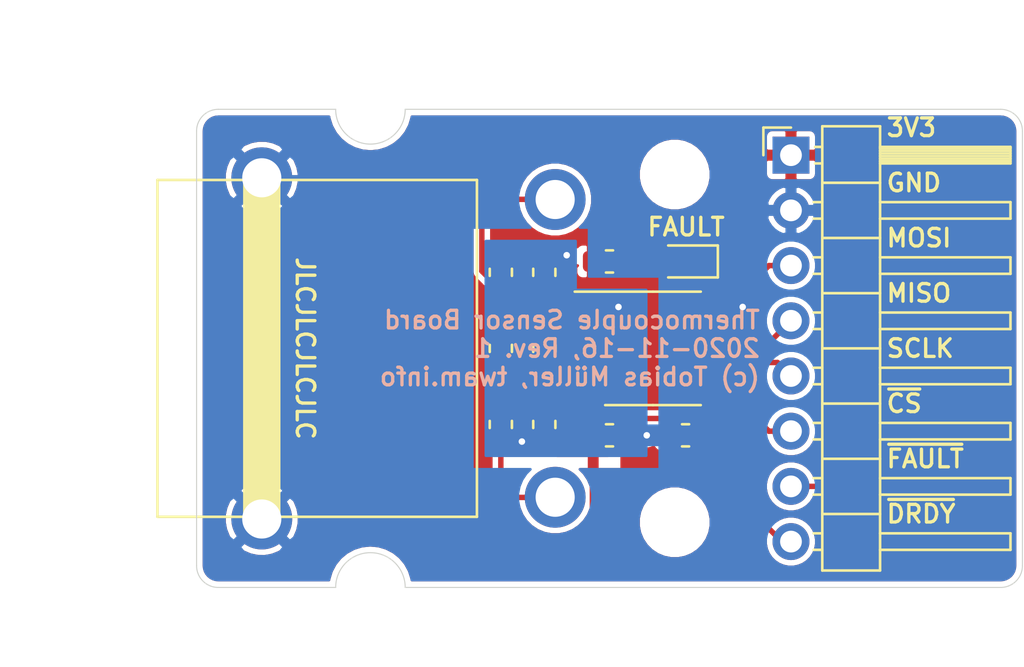
<source format=kicad_pcb>
(kicad_pcb (version 20171130) (host pcbnew "(5.1.9-0-10_14)")

  (general
    (thickness 1.6)
    (drawings 27)
    (tracks 150)
    (zones 0)
    (modules 15)
    (nets 16)
  )

  (page A4)
  (title_block
    (title "Thermocouple Sensor Board")
    (date 2020-11-16)
    (rev 1)
    (comment 1 "Author: Tobias Müller, twam.info")
    (comment 2 "License: Attribution-NonCommercial-ShareAlike 4.0 International (CC BY-NC-SA 4.0)")
  )

  (layers
    (0 F.Cu signal)
    (31 B.Cu signal)
    (32 B.Adhes user)
    (33 F.Adhes user)
    (34 B.Paste user)
    (35 F.Paste user)
    (36 B.SilkS user)
    (37 F.SilkS user)
    (38 B.Mask user)
    (39 F.Mask user)
    (40 Dwgs.User user)
    (41 Cmts.User user)
    (42 Eco1.User user)
    (43 Eco2.User user)
    (44 Edge.Cuts user)
    (45 Margin user)
    (46 B.CrtYd user)
    (47 F.CrtYd user)
    (48 B.Fab user)
    (49 F.Fab user hide)
  )

  (setup
    (last_trace_width 0.127)
    (user_trace_width 0.15)
    (user_trace_width 0.2)
    (user_trace_width 0.25)
    (user_trace_width 0.4)
    (user_trace_width 0.6)
    (trace_clearance 0.127)
    (zone_clearance 0.254)
    (zone_45_only no)
    (trace_min 0.127)
    (via_size 0.6)
    (via_drill 0.3)
    (via_min_size 0.6)
    (via_min_drill 0.3)
    (user_via 0.6 0.3)
    (user_via 0.9 0.4)
    (uvia_size 0.6858)
    (uvia_drill 0.3302)
    (uvias_allowed no)
    (uvia_min_size 0.2)
    (uvia_min_drill 0.1)
    (edge_width 0.0381)
    (segment_width 0.254)
    (pcb_text_width 0.3048)
    (pcb_text_size 1.524 1.524)
    (mod_edge_width 0.1524)
    (mod_text_size 0.8128 0.8128)
    (mod_text_width 0.1524)
    (pad_size 1.524 1.524)
    (pad_drill 0.762)
    (pad_to_mask_clearance 0)
    (solder_mask_min_width 0.12)
    (aux_axis_origin 0 0)
    (grid_origin 150 100)
    (visible_elements FFFDFF7F)
    (pcbplotparams
      (layerselection 0x010fc_ffffffff)
      (usegerberextensions false)
      (usegerberattributes true)
      (usegerberadvancedattributes true)
      (creategerberjobfile true)
      (excludeedgelayer true)
      (linewidth 0.100000)
      (plotframeref false)
      (viasonmask false)
      (mode 1)
      (useauxorigin false)
      (hpglpennumber 1)
      (hpglpenspeed 20)
      (hpglpendiameter 15.000000)
      (psnegative false)
      (psa4output false)
      (plotreference true)
      (plotvalue true)
      (plotinvisibletext false)
      (padsonsilk false)
      (subtractmaskfromsilk false)
      (outputformat 1)
      (mirror false)
      (drillshape 0)
      (scaleselection 1)
      (outputdirectory "Gerber/"))
  )

  (net 0 "")
  (net 1 GND)
  (net 2 "Net-(J1-Pad2)")
  (net 3 "Net-(J1-Pad1)")
  (net 4 +3V3)
  (net 5 /~FAULT)
  (net 6 /MOSI)
  (net 7 /MISO)
  (net 8 /SCLK)
  (net 9 /~CS)
  (net 10 /~DRDY)
  (net 11 "Net-(U1-Pad6)")
  (net 12 "Net-(C13-Pad2)")
  (net 13 "Net-(C14-Pad2)")
  (net 14 "Net-(D11-Pad2)")
  (net 15 "Net-(R13-Pad2)")

  (net_class Default "This is the default net class."
    (clearance 0.127)
    (trace_width 0.127)
    (via_dia 0.6)
    (via_drill 0.3)
    (uvia_dia 0.6858)
    (uvia_drill 0.3302)
    (diff_pair_width 0.1524)
    (diff_pair_gap 0.254)
    (add_net +3V3)
    (add_net /MISO)
    (add_net /MOSI)
    (add_net /SCLK)
    (add_net /~CS)
    (add_net /~DRDY)
    (add_net /~FAULT)
    (add_net GND)
    (add_net "Net-(C13-Pad2)")
    (add_net "Net-(C14-Pad2)")
    (add_net "Net-(D11-Pad2)")
    (add_net "Net-(J1-Pad1)")
    (add_net "Net-(J1-Pad2)")
    (add_net "Net-(R13-Pad2)")
    (add_net "Net-(U1-Pad6)")
  )

  (module MountingHole:MountingHole_2.7mm_M2.5 (layer F.Cu) (tedit 56D1B4CB) (tstamp 5FB37DAE)
    (at 151 108)
    (descr "Mounting Hole 2.7mm, no annular, M2.5")
    (tags "mounting hole 2.7mm no annular m2.5")
    (attr virtual)
    (fp_text reference REF** (at 0 -3.7) (layer F.SilkS) hide
      (effects (font (size 1 1) (thickness 0.15)))
    )
    (fp_text value MountingHole_2.7mm_M2.5 (at 0 3.7) (layer F.Fab)
      (effects (font (size 1 1) (thickness 0.15)))
    )
    (fp_circle (center 0 0) (end 2.95 0) (layer F.CrtYd) (width 0.05))
    (fp_circle (center 0 0) (end 2.7 0) (layer Cmts.User) (width 0.15))
    (fp_text user %R (at 0.3 0) (layer F.Fab)
      (effects (font (size 1 1) (thickness 0.15)))
    )
    (pad 1 np_thru_hole circle (at 0 0) (size 2.7 2.7) (drill 2.7) (layers *.Cu *.Mask))
  )

  (module MountingHole:MountingHole_2.7mm_M2.5 (layer F.Cu) (tedit 56D1B4CB) (tstamp 5FB37D75)
    (at 151 92)
    (descr "Mounting Hole 2.7mm, no annular, M2.5")
    (tags "mounting hole 2.7mm no annular m2.5")
    (attr virtual)
    (fp_text reference REF** (at 0 -3.7) (layer F.SilkS) hide
      (effects (font (size 1 1) (thickness 0.15)))
    )
    (fp_text value MountingHole_2.7mm_M2.5 (at 0 3.7) (layer F.Fab)
      (effects (font (size 1 1) (thickness 0.15)))
    )
    (fp_circle (center 0 0) (end 2.95 0) (layer F.CrtYd) (width 0.05))
    (fp_circle (center 0 0) (end 2.7 0) (layer Cmts.User) (width 0.15))
    (fp_text user %R (at 0.3 0) (layer F.Fab)
      (effects (font (size 1 1) (thickness 0.15)))
    )
    (pad 1 np_thru_hole circle (at 0 0) (size 2.7 2.7) (drill 2.7) (layers *.Cu *.Mask))
  )

  (module Connector_PinHeader_2.54mm:PinHeader_1x08_P2.54mm_Horizontal (layer F.Cu) (tedit 59FED5CB) (tstamp 5FB33DC1)
    (at 156.35 91.11)
    (descr "Through hole angled pin header, 1x08, 2.54mm pitch, 6mm pin length, single row")
    (tags "Through hole angled pin header THT 1x08 2.54mm single row")
    (path /5FBF0110)
    (fp_text reference J2 (at 4.385 -2.27) (layer F.SilkS) hide
      (effects (font (size 1 1) (thickness 0.15)))
    )
    (fp_text value Conn_01x08 (at 4.385 20.05) (layer F.Fab)
      (effects (font (size 1 1) (thickness 0.15)))
    )
    (fp_line (start 10.55 -1.8) (end -1.8 -1.8) (layer F.CrtYd) (width 0.05))
    (fp_line (start 10.55 19.55) (end 10.55 -1.8) (layer F.CrtYd) (width 0.05))
    (fp_line (start -1.8 19.55) (end 10.55 19.55) (layer F.CrtYd) (width 0.05))
    (fp_line (start -1.8 -1.8) (end -1.8 19.55) (layer F.CrtYd) (width 0.05))
    (fp_line (start -1.27 -1.27) (end 0 -1.27) (layer F.SilkS) (width 0.12))
    (fp_line (start -1.27 0) (end -1.27 -1.27) (layer F.SilkS) (width 0.12))
    (fp_line (start 1.042929 18.16) (end 1.44 18.16) (layer F.SilkS) (width 0.12))
    (fp_line (start 1.042929 17.4) (end 1.44 17.4) (layer F.SilkS) (width 0.12))
    (fp_line (start 10.1 18.16) (end 4.1 18.16) (layer F.SilkS) (width 0.12))
    (fp_line (start 10.1 17.4) (end 10.1 18.16) (layer F.SilkS) (width 0.12))
    (fp_line (start 4.1 17.4) (end 10.1 17.4) (layer F.SilkS) (width 0.12))
    (fp_line (start 1.44 16.51) (end 4.1 16.51) (layer F.SilkS) (width 0.12))
    (fp_line (start 1.042929 15.62) (end 1.44 15.62) (layer F.SilkS) (width 0.12))
    (fp_line (start 1.042929 14.86) (end 1.44 14.86) (layer F.SilkS) (width 0.12))
    (fp_line (start 10.1 15.62) (end 4.1 15.62) (layer F.SilkS) (width 0.12))
    (fp_line (start 10.1 14.86) (end 10.1 15.62) (layer F.SilkS) (width 0.12))
    (fp_line (start 4.1 14.86) (end 10.1 14.86) (layer F.SilkS) (width 0.12))
    (fp_line (start 1.44 13.97) (end 4.1 13.97) (layer F.SilkS) (width 0.12))
    (fp_line (start 1.042929 13.08) (end 1.44 13.08) (layer F.SilkS) (width 0.12))
    (fp_line (start 1.042929 12.32) (end 1.44 12.32) (layer F.SilkS) (width 0.12))
    (fp_line (start 10.1 13.08) (end 4.1 13.08) (layer F.SilkS) (width 0.12))
    (fp_line (start 10.1 12.32) (end 10.1 13.08) (layer F.SilkS) (width 0.12))
    (fp_line (start 4.1 12.32) (end 10.1 12.32) (layer F.SilkS) (width 0.12))
    (fp_line (start 1.44 11.43) (end 4.1 11.43) (layer F.SilkS) (width 0.12))
    (fp_line (start 1.042929 10.54) (end 1.44 10.54) (layer F.SilkS) (width 0.12))
    (fp_line (start 1.042929 9.78) (end 1.44 9.78) (layer F.SilkS) (width 0.12))
    (fp_line (start 10.1 10.54) (end 4.1 10.54) (layer F.SilkS) (width 0.12))
    (fp_line (start 10.1 9.78) (end 10.1 10.54) (layer F.SilkS) (width 0.12))
    (fp_line (start 4.1 9.78) (end 10.1 9.78) (layer F.SilkS) (width 0.12))
    (fp_line (start 1.44 8.89) (end 4.1 8.89) (layer F.SilkS) (width 0.12))
    (fp_line (start 1.042929 8) (end 1.44 8) (layer F.SilkS) (width 0.12))
    (fp_line (start 1.042929 7.24) (end 1.44 7.24) (layer F.SilkS) (width 0.12))
    (fp_line (start 10.1 8) (end 4.1 8) (layer F.SilkS) (width 0.12))
    (fp_line (start 10.1 7.24) (end 10.1 8) (layer F.SilkS) (width 0.12))
    (fp_line (start 4.1 7.24) (end 10.1 7.24) (layer F.SilkS) (width 0.12))
    (fp_line (start 1.44 6.35) (end 4.1 6.35) (layer F.SilkS) (width 0.12))
    (fp_line (start 1.042929 5.46) (end 1.44 5.46) (layer F.SilkS) (width 0.12))
    (fp_line (start 1.042929 4.7) (end 1.44 4.7) (layer F.SilkS) (width 0.12))
    (fp_line (start 10.1 5.46) (end 4.1 5.46) (layer F.SilkS) (width 0.12))
    (fp_line (start 10.1 4.7) (end 10.1 5.46) (layer F.SilkS) (width 0.12))
    (fp_line (start 4.1 4.7) (end 10.1 4.7) (layer F.SilkS) (width 0.12))
    (fp_line (start 1.44 3.81) (end 4.1 3.81) (layer F.SilkS) (width 0.12))
    (fp_line (start 1.042929 2.92) (end 1.44 2.92) (layer F.SilkS) (width 0.12))
    (fp_line (start 1.042929 2.16) (end 1.44 2.16) (layer F.SilkS) (width 0.12))
    (fp_line (start 10.1 2.92) (end 4.1 2.92) (layer F.SilkS) (width 0.12))
    (fp_line (start 10.1 2.16) (end 10.1 2.92) (layer F.SilkS) (width 0.12))
    (fp_line (start 4.1 2.16) (end 10.1 2.16) (layer F.SilkS) (width 0.12))
    (fp_line (start 1.44 1.27) (end 4.1 1.27) (layer F.SilkS) (width 0.12))
    (fp_line (start 1.11 0.38) (end 1.44 0.38) (layer F.SilkS) (width 0.12))
    (fp_line (start 1.11 -0.38) (end 1.44 -0.38) (layer F.SilkS) (width 0.12))
    (fp_line (start 4.1 0.28) (end 10.1 0.28) (layer F.SilkS) (width 0.12))
    (fp_line (start 4.1 0.16) (end 10.1 0.16) (layer F.SilkS) (width 0.12))
    (fp_line (start 4.1 0.04) (end 10.1 0.04) (layer F.SilkS) (width 0.12))
    (fp_line (start 4.1 -0.08) (end 10.1 -0.08) (layer F.SilkS) (width 0.12))
    (fp_line (start 4.1 -0.2) (end 10.1 -0.2) (layer F.SilkS) (width 0.12))
    (fp_line (start 4.1 -0.32) (end 10.1 -0.32) (layer F.SilkS) (width 0.12))
    (fp_line (start 10.1 0.38) (end 4.1 0.38) (layer F.SilkS) (width 0.12))
    (fp_line (start 10.1 -0.38) (end 10.1 0.38) (layer F.SilkS) (width 0.12))
    (fp_line (start 4.1 -0.38) (end 10.1 -0.38) (layer F.SilkS) (width 0.12))
    (fp_line (start 4.1 -1.33) (end 1.44 -1.33) (layer F.SilkS) (width 0.12))
    (fp_line (start 4.1 19.11) (end 4.1 -1.33) (layer F.SilkS) (width 0.12))
    (fp_line (start 1.44 19.11) (end 4.1 19.11) (layer F.SilkS) (width 0.12))
    (fp_line (start 1.44 -1.33) (end 1.44 19.11) (layer F.SilkS) (width 0.12))
    (fp_line (start 4.04 18.1) (end 10.04 18.1) (layer F.Fab) (width 0.1))
    (fp_line (start 10.04 17.46) (end 10.04 18.1) (layer F.Fab) (width 0.1))
    (fp_line (start 4.04 17.46) (end 10.04 17.46) (layer F.Fab) (width 0.1))
    (fp_line (start -0.32 18.1) (end 1.5 18.1) (layer F.Fab) (width 0.1))
    (fp_line (start -0.32 17.46) (end -0.32 18.1) (layer F.Fab) (width 0.1))
    (fp_line (start -0.32 17.46) (end 1.5 17.46) (layer F.Fab) (width 0.1))
    (fp_line (start 4.04 15.56) (end 10.04 15.56) (layer F.Fab) (width 0.1))
    (fp_line (start 10.04 14.92) (end 10.04 15.56) (layer F.Fab) (width 0.1))
    (fp_line (start 4.04 14.92) (end 10.04 14.92) (layer F.Fab) (width 0.1))
    (fp_line (start -0.32 15.56) (end 1.5 15.56) (layer F.Fab) (width 0.1))
    (fp_line (start -0.32 14.92) (end -0.32 15.56) (layer F.Fab) (width 0.1))
    (fp_line (start -0.32 14.92) (end 1.5 14.92) (layer F.Fab) (width 0.1))
    (fp_line (start 4.04 13.02) (end 10.04 13.02) (layer F.Fab) (width 0.1))
    (fp_line (start 10.04 12.38) (end 10.04 13.02) (layer F.Fab) (width 0.1))
    (fp_line (start 4.04 12.38) (end 10.04 12.38) (layer F.Fab) (width 0.1))
    (fp_line (start -0.32 13.02) (end 1.5 13.02) (layer F.Fab) (width 0.1))
    (fp_line (start -0.32 12.38) (end -0.32 13.02) (layer F.Fab) (width 0.1))
    (fp_line (start -0.32 12.38) (end 1.5 12.38) (layer F.Fab) (width 0.1))
    (fp_line (start 4.04 10.48) (end 10.04 10.48) (layer F.Fab) (width 0.1))
    (fp_line (start 10.04 9.84) (end 10.04 10.48) (layer F.Fab) (width 0.1))
    (fp_line (start 4.04 9.84) (end 10.04 9.84) (layer F.Fab) (width 0.1))
    (fp_line (start -0.32 10.48) (end 1.5 10.48) (layer F.Fab) (width 0.1))
    (fp_line (start -0.32 9.84) (end -0.32 10.48) (layer F.Fab) (width 0.1))
    (fp_line (start -0.32 9.84) (end 1.5 9.84) (layer F.Fab) (width 0.1))
    (fp_line (start 4.04 7.94) (end 10.04 7.94) (layer F.Fab) (width 0.1))
    (fp_line (start 10.04 7.3) (end 10.04 7.94) (layer F.Fab) (width 0.1))
    (fp_line (start 4.04 7.3) (end 10.04 7.3) (layer F.Fab) (width 0.1))
    (fp_line (start -0.32 7.94) (end 1.5 7.94) (layer F.Fab) (width 0.1))
    (fp_line (start -0.32 7.3) (end -0.32 7.94) (layer F.Fab) (width 0.1))
    (fp_line (start -0.32 7.3) (end 1.5 7.3) (layer F.Fab) (width 0.1))
    (fp_line (start 4.04 5.4) (end 10.04 5.4) (layer F.Fab) (width 0.1))
    (fp_line (start 10.04 4.76) (end 10.04 5.4) (layer F.Fab) (width 0.1))
    (fp_line (start 4.04 4.76) (end 10.04 4.76) (layer F.Fab) (width 0.1))
    (fp_line (start -0.32 5.4) (end 1.5 5.4) (layer F.Fab) (width 0.1))
    (fp_line (start -0.32 4.76) (end -0.32 5.4) (layer F.Fab) (width 0.1))
    (fp_line (start -0.32 4.76) (end 1.5 4.76) (layer F.Fab) (width 0.1))
    (fp_line (start 4.04 2.86) (end 10.04 2.86) (layer F.Fab) (width 0.1))
    (fp_line (start 10.04 2.22) (end 10.04 2.86) (layer F.Fab) (width 0.1))
    (fp_line (start 4.04 2.22) (end 10.04 2.22) (layer F.Fab) (width 0.1))
    (fp_line (start -0.32 2.86) (end 1.5 2.86) (layer F.Fab) (width 0.1))
    (fp_line (start -0.32 2.22) (end -0.32 2.86) (layer F.Fab) (width 0.1))
    (fp_line (start -0.32 2.22) (end 1.5 2.22) (layer F.Fab) (width 0.1))
    (fp_line (start 4.04 0.32) (end 10.04 0.32) (layer F.Fab) (width 0.1))
    (fp_line (start 10.04 -0.32) (end 10.04 0.32) (layer F.Fab) (width 0.1))
    (fp_line (start 4.04 -0.32) (end 10.04 -0.32) (layer F.Fab) (width 0.1))
    (fp_line (start -0.32 0.32) (end 1.5 0.32) (layer F.Fab) (width 0.1))
    (fp_line (start -0.32 -0.32) (end -0.32 0.32) (layer F.Fab) (width 0.1))
    (fp_line (start -0.32 -0.32) (end 1.5 -0.32) (layer F.Fab) (width 0.1))
    (fp_line (start 1.5 -0.635) (end 2.135 -1.27) (layer F.Fab) (width 0.1))
    (fp_line (start 1.5 19.05) (end 1.5 -0.635) (layer F.Fab) (width 0.1))
    (fp_line (start 4.04 19.05) (end 1.5 19.05) (layer F.Fab) (width 0.1))
    (fp_line (start 4.04 -1.27) (end 4.04 19.05) (layer F.Fab) (width 0.1))
    (fp_line (start 2.135 -1.27) (end 4.04 -1.27) (layer F.Fab) (width 0.1))
    (fp_text user %R (at 2.77 8.89 90) (layer F.Fab)
      (effects (font (size 1 1) (thickness 0.15)))
    )
    (pad 8 thru_hole oval (at 0 17.78) (size 1.7 1.7) (drill 1) (layers *.Cu *.Mask)
      (net 10 /~DRDY))
    (pad 7 thru_hole oval (at 0 15.24) (size 1.7 1.7) (drill 1) (layers *.Cu *.Mask)
      (net 5 /~FAULT))
    (pad 6 thru_hole oval (at 0 12.7) (size 1.7 1.7) (drill 1) (layers *.Cu *.Mask)
      (net 9 /~CS))
    (pad 5 thru_hole oval (at 0 10.16) (size 1.7 1.7) (drill 1) (layers *.Cu *.Mask)
      (net 8 /SCLK))
    (pad 4 thru_hole oval (at 0 7.62) (size 1.7 1.7) (drill 1) (layers *.Cu *.Mask)
      (net 7 /MISO))
    (pad 3 thru_hole oval (at 0 5.08) (size 1.7 1.7) (drill 1) (layers *.Cu *.Mask)
      (net 6 /MOSI))
    (pad 2 thru_hole oval (at 0 2.54) (size 1.7 1.7) (drill 1) (layers *.Cu *.Mask)
      (net 1 GND))
    (pad 1 thru_hole rect (at 0 0) (size 1.7 1.7) (drill 1) (layers *.Cu *.Mask)
      (net 4 +3V3))
    (model ${KISYS3DMOD}/Connector_PinHeader_2.54mm.3dshapes/PinHeader_1x08_P2.54mm_Horizontal.wrl
      (at (xyz 0 0 0))
      (scale (xyz 1 1 1))
      (rotate (xyz 0 0 0))
    )
  )

  (module Connector:PCC-SMP-K (layer F.Cu) (tedit 5FB284A1) (tstamp 5FB303D3)
    (at 145.5 93.15 270)
    (descr https://www.omega.de/temperature/pdf/PCC-OST-SMP.pdf)
    (path /5FB48236)
    (fp_text reference J1 (at -1.27 10.16 90) (layer F.SilkS) hide
      (effects (font (size 1 1) (thickness 0.15)))
    )
    (fp_text value Sensor (at -1.27 -11.43 90) (layer F.Fab)
      (effects (font (size 1 1) (thickness 0.15)))
    )
    (fp_line (start 15.3 -3) (end -1.6 -3) (layer F.CrtYd) (width 0.05))
    (fp_line (start 15.3 18.8) (end 15.3 -3) (layer F.CrtYd) (width 0.05))
    (fp_line (start -1.6 18.8) (end 15.3 18.8) (layer F.CrtYd) (width 0.05))
    (fp_line (start -1.6 -3) (end -1.6 18.8) (layer F.CrtYd) (width 0.05))
    (fp_line (start -1.1 14.3) (end -1.1 12.7) (layer F.SilkS) (width 0.12))
    (fp_line (start 14.8 14.3) (end -1.1 14.3) (layer F.SilkS) (width 0.12))
    (fp_line (start 14.8 12.7) (end 14.8 14.3) (layer F.SilkS) (width 0.12))
    (fp_line (start -1.1 12.7) (end 14.8 12.7) (layer F.SilkS) (width 0.12))
    (fp_line (start -0.9 3.6) (end -0.9 18.3) (layer F.SilkS) (width 0.12))
    (fp_line (start -0.9 3.6) (end 14.6 3.6) (layer F.SilkS) (width 0.12))
    (fp_line (start 14.6 3.6) (end 14.6 18.3) (layer F.SilkS) (width 0.12))
    (fp_line (start -0.9 18.3) (end 14.6 18.3) (layer F.SilkS) (width 0.12))
    (fp_poly (pts (xy 14.8 14.3) (xy -1.1 14.3) (xy -1.1 12.7) (xy 14.8 12.7)) (layer F.SilkS) (width 0))
    (pad SH thru_hole circle (at 14.7 13.5 270) (size 2.8 2.8) (drill 1.8) (layers *.Cu *.Mask)
      (net 1 GND))
    (pad SH thru_hole circle (at -1 13.5 270) (size 2.8 2.8) (drill 1.8) (layers *.Cu *.Mask)
      (net 1 GND))
    (pad 2 thru_hole circle (at 13.7 0 270) (size 2.8 2.8) (drill 1.8) (layers *.Cu *.Mask)
      (net 2 "Net-(J1-Pad2)"))
    (pad 1 thru_hole circle (at 0 0 270) (size 2.8 2.8) (drill 1.8) (layers *.Cu *.Mask)
      (net 3 "Net-(J1-Pad1)"))
    (model ${KISYS3DMOD}/Connector.3dshapes/PCC-SMP-K.step
      (offset (xyz 6.85 -10.95 0))
      (scale (xyz 1 1 1))
      (rotate (xyz 0 0 0))
    )
  )

  (module Package_SO:TSSOP-14_4.4x5mm_P0.65mm (layer F.Cu) (tedit 5E476F32) (tstamp 5FB2EF14)
    (at 150 100)
    (descr "TSSOP, 14 Pin (JEDEC MO-153 Var AB-1 https://www.jedec.org/document_search?search_api_views_fulltext=MO-153), generated with kicad-footprint-generator ipc_gullwing_generator.py")
    (tags "TSSOP SO")
    (path /5FB26E3F)
    (attr smd)
    (fp_text reference U1 (at 0 -3.45) (layer F.SilkS) hide
      (effects (font (size 1 1) (thickness 0.15)))
    )
    (fp_text value MAX31856 (at 0 3.45) (layer F.Fab)
      (effects (font (size 1 1) (thickness 0.15)))
    )
    (fp_line (start 0 2.61) (end 2.2 2.61) (layer F.SilkS) (width 0.12))
    (fp_line (start 0 2.61) (end -2.2 2.61) (layer F.SilkS) (width 0.12))
    (fp_line (start 0 -2.61) (end 2.2 -2.61) (layer F.SilkS) (width 0.12))
    (fp_line (start 0 -2.61) (end -3.6 -2.61) (layer F.SilkS) (width 0.12))
    (fp_line (start -1.2 -2.5) (end 2.2 -2.5) (layer F.Fab) (width 0.1))
    (fp_line (start 2.2 -2.5) (end 2.2 2.5) (layer F.Fab) (width 0.1))
    (fp_line (start 2.2 2.5) (end -2.2 2.5) (layer F.Fab) (width 0.1))
    (fp_line (start -2.2 2.5) (end -2.2 -1.5) (layer F.Fab) (width 0.1))
    (fp_line (start -2.2 -1.5) (end -1.2 -2.5) (layer F.Fab) (width 0.1))
    (fp_line (start -3.85 -2.75) (end -3.85 2.75) (layer F.CrtYd) (width 0.05))
    (fp_line (start -3.85 2.75) (end 3.85 2.75) (layer F.CrtYd) (width 0.05))
    (fp_line (start 3.85 2.75) (end 3.85 -2.75) (layer F.CrtYd) (width 0.05))
    (fp_line (start 3.85 -2.75) (end -3.85 -2.75) (layer F.CrtYd) (width 0.05))
    (fp_text user %R (at 0 0) (layer F.Fab)
      (effects (font (size 1 1) (thickness 0.15)))
    )
    (pad 14 smd roundrect (at 2.8625 -1.95) (size 1.475 0.4) (layers F.Cu F.Paste F.Mask) (roundrect_rratio 0.25)
      (net 1 GND))
    (pad 13 smd roundrect (at 2.8625 -1.3) (size 1.475 0.4) (layers F.Cu F.Paste F.Mask) (roundrect_rratio 0.25)
      (net 5 /~FAULT))
    (pad 12 smd roundrect (at 2.8625 -0.65) (size 1.475 0.4) (layers F.Cu F.Paste F.Mask) (roundrect_rratio 0.25)
      (net 6 /MOSI))
    (pad 11 smd roundrect (at 2.8625 0) (size 1.475 0.4) (layers F.Cu F.Paste F.Mask) (roundrect_rratio 0.25)
      (net 7 /MISO))
    (pad 10 smd roundrect (at 2.8625 0.65) (size 1.475 0.4) (layers F.Cu F.Paste F.Mask) (roundrect_rratio 0.25)
      (net 8 /SCLK))
    (pad 9 smd roundrect (at 2.8625 1.3) (size 1.475 0.4) (layers F.Cu F.Paste F.Mask) (roundrect_rratio 0.25)
      (net 9 /~CS))
    (pad 8 smd roundrect (at 2.8625 1.95) (size 1.475 0.4) (layers F.Cu F.Paste F.Mask) (roundrect_rratio 0.25)
      (net 4 +3V3))
    (pad 7 smd roundrect (at -2.8625 1.95) (size 1.475 0.4) (layers F.Cu F.Paste F.Mask) (roundrect_rratio 0.25)
      (net 10 /~DRDY))
    (pad 6 smd roundrect (at -2.8625 1.3) (size 1.475 0.4) (layers F.Cu F.Paste F.Mask) (roundrect_rratio 0.25)
      (net 11 "Net-(U1-Pad6)"))
    (pad 5 smd roundrect (at -2.8625 0.65) (size 1.475 0.4) (layers F.Cu F.Paste F.Mask) (roundrect_rratio 0.25)
      (net 4 +3V3))
    (pad 4 smd roundrect (at -2.8625 0) (size 1.475 0.4) (layers F.Cu F.Paste F.Mask) (roundrect_rratio 0.25)
      (net 12 "Net-(C13-Pad2)"))
    (pad 3 smd roundrect (at -2.8625 -0.65) (size 1.475 0.4) (layers F.Cu F.Paste F.Mask) (roundrect_rratio 0.25)
      (net 13 "Net-(C14-Pad2)"))
    (pad 2 smd roundrect (at -2.8625 -1.3) (size 1.475 0.4) (layers F.Cu F.Paste F.Mask) (roundrect_rratio 0.25)
      (net 15 "Net-(R13-Pad2)"))
    (pad 1 smd roundrect (at -2.8625 -1.95) (size 1.475 0.4) (layers F.Cu F.Paste F.Mask) (roundrect_rratio 0.25)
      (net 1 GND))
    (model ${KISYS3DMOD}/Package_SO.3dshapes/TSSOP-14_4.4x5mm_P0.65mm.wrl
      (at (xyz 0 0 0))
      (scale (xyz 1 1 1))
      (rotate (xyz 0 0 0))
    )
  )

  (module Resistor_SMD:R_0603_1608Metric (layer F.Cu) (tedit 5B301BBD) (tstamp 5FB307F1)
    (at 148 96)
    (descr "Resistor SMD 0603 (1608 Metric), square (rectangular) end terminal, IPC_7351 nominal, (Body size source: http://www.tortai-tech.com/upload/download/2011102023233369053.pdf), generated with kicad-footprint-generator")
    (tags resistor)
    (path /5FB2BFC3)
    (attr smd)
    (fp_text reference R14 (at 0 -1.43) (layer F.SilkS) hide
      (effects (font (size 1 1) (thickness 0.15)))
    )
    (fp_text value R_Small (at 0 1.43) (layer F.Fab)
      (effects (font (size 1 1) (thickness 0.15)))
    )
    (fp_line (start -0.8 0.4) (end -0.8 -0.4) (layer F.Fab) (width 0.1))
    (fp_line (start -0.8 -0.4) (end 0.8 -0.4) (layer F.Fab) (width 0.1))
    (fp_line (start 0.8 -0.4) (end 0.8 0.4) (layer F.Fab) (width 0.1))
    (fp_line (start 0.8 0.4) (end -0.8 0.4) (layer F.Fab) (width 0.1))
    (fp_line (start -0.162779 -0.51) (end 0.162779 -0.51) (layer F.SilkS) (width 0.12))
    (fp_line (start -0.162779 0.51) (end 0.162779 0.51) (layer F.SilkS) (width 0.12))
    (fp_line (start -1.48 0.73) (end -1.48 -0.73) (layer F.CrtYd) (width 0.05))
    (fp_line (start -1.48 -0.73) (end 1.48 -0.73) (layer F.CrtYd) (width 0.05))
    (fp_line (start 1.48 -0.73) (end 1.48 0.73) (layer F.CrtYd) (width 0.05))
    (fp_line (start 1.48 0.73) (end -1.48 0.73) (layer F.CrtYd) (width 0.05))
    (fp_text user %R (at 0 0) (layer F.Fab)
      (effects (font (size 0.4 0.4) (thickness 0.06)))
    )
    (pad 2 smd roundrect (at 0.7875 0) (size 0.875 0.95) (layers F.Cu F.Paste F.Mask) (roundrect_rratio 0.25)
      (net 14 "Net-(D11-Pad2)"))
    (pad 1 smd roundrect (at -0.7875 0) (size 0.875 0.95) (layers F.Cu F.Paste F.Mask) (roundrect_rratio 0.25)
      (net 4 +3V3))
    (model ${KISYS3DMOD}/Resistor_SMD.3dshapes/R_0603_1608Metric.wrl
      (at (xyz 0 0 0))
      (scale (xyz 1 1 1))
      (rotate (xyz 0 0 0))
    )
  )

  (module Resistor_SMD:R_0603_1608Metric (layer F.Cu) (tedit 5B301BBD) (tstamp 5FB2E718)
    (at 143 96.5 90)
    (descr "Resistor SMD 0603 (1608 Metric), square (rectangular) end terminal, IPC_7351 nominal, (Body size source: http://www.tortai-tech.com/upload/download/2011102023233369053.pdf), generated with kicad-footprint-generator")
    (tags resistor)
    (path /5FB3C8FB)
    (attr smd)
    (fp_text reference R13 (at 0 -1.43 90) (layer F.SilkS) hide
      (effects (font (size 1 1) (thickness 0.15)))
    )
    (fp_text value R_Small (at 0 1.43 90) (layer F.Fab)
      (effects (font (size 1 1) (thickness 0.15)))
    )
    (fp_line (start -0.8 0.4) (end -0.8 -0.4) (layer F.Fab) (width 0.1))
    (fp_line (start -0.8 -0.4) (end 0.8 -0.4) (layer F.Fab) (width 0.1))
    (fp_line (start 0.8 -0.4) (end 0.8 0.4) (layer F.Fab) (width 0.1))
    (fp_line (start 0.8 0.4) (end -0.8 0.4) (layer F.Fab) (width 0.1))
    (fp_line (start -0.162779 -0.51) (end 0.162779 -0.51) (layer F.SilkS) (width 0.12))
    (fp_line (start -0.162779 0.51) (end 0.162779 0.51) (layer F.SilkS) (width 0.12))
    (fp_line (start -1.48 0.73) (end -1.48 -0.73) (layer F.CrtYd) (width 0.05))
    (fp_line (start -1.48 -0.73) (end 1.48 -0.73) (layer F.CrtYd) (width 0.05))
    (fp_line (start 1.48 -0.73) (end 1.48 0.73) (layer F.CrtYd) (width 0.05))
    (fp_line (start 1.48 0.73) (end -1.48 0.73) (layer F.CrtYd) (width 0.05))
    (fp_text user %R (at 0 0 90) (layer F.Fab)
      (effects (font (size 0.4 0.4) (thickness 0.06)))
    )
    (pad 2 smd roundrect (at 0.7875 0 90) (size 0.875 0.95) (layers F.Cu F.Paste F.Mask) (roundrect_rratio 0.25)
      (net 15 "Net-(R13-Pad2)"))
    (pad 1 smd roundrect (at -0.7875 0 90) (size 0.875 0.95) (layers F.Cu F.Paste F.Mask) (roundrect_rratio 0.25)
      (net 3 "Net-(J1-Pad1)"))
    (model ${KISYS3DMOD}/Resistor_SMD.3dshapes/R_0603_1608Metric.wrl
      (at (xyz 0 0 0))
      (scale (xyz 1 1 1))
      (rotate (xyz 0 0 0))
    )
  )

  (module Resistor_SMD:R_0603_1608Metric (layer F.Cu) (tedit 5B301BBD) (tstamp 5FB2F12D)
    (at 143 100 270)
    (descr "Resistor SMD 0603 (1608 Metric), square (rectangular) end terminal, IPC_7351 nominal, (Body size source: http://www.tortai-tech.com/upload/download/2011102023233369053.pdf), generated with kicad-footprint-generator")
    (tags resistor)
    (path /5FB337A9)
    (attr smd)
    (fp_text reference R12 (at 0 -1.43 90) (layer F.SilkS) hide
      (effects (font (size 1 1) (thickness 0.15)))
    )
    (fp_text value R_Small (at 0 1.43 90) (layer F.Fab)
      (effects (font (size 1 1) (thickness 0.15)))
    )
    (fp_line (start -0.8 0.4) (end -0.8 -0.4) (layer F.Fab) (width 0.1))
    (fp_line (start -0.8 -0.4) (end 0.8 -0.4) (layer F.Fab) (width 0.1))
    (fp_line (start 0.8 -0.4) (end 0.8 0.4) (layer F.Fab) (width 0.1))
    (fp_line (start 0.8 0.4) (end -0.8 0.4) (layer F.Fab) (width 0.1))
    (fp_line (start -0.162779 -0.51) (end 0.162779 -0.51) (layer F.SilkS) (width 0.12))
    (fp_line (start -0.162779 0.51) (end 0.162779 0.51) (layer F.SilkS) (width 0.12))
    (fp_line (start -1.48 0.73) (end -1.48 -0.73) (layer F.CrtYd) (width 0.05))
    (fp_line (start -1.48 -0.73) (end 1.48 -0.73) (layer F.CrtYd) (width 0.05))
    (fp_line (start 1.48 -0.73) (end 1.48 0.73) (layer F.CrtYd) (width 0.05))
    (fp_line (start 1.48 0.73) (end -1.48 0.73) (layer F.CrtYd) (width 0.05))
    (fp_text user %R (at 0 0 90) (layer F.Fab)
      (effects (font (size 0.4 0.4) (thickness 0.06)))
    )
    (pad 2 smd roundrect (at 0.7875 0 270) (size 0.875 0.95) (layers F.Cu F.Paste F.Mask) (roundrect_rratio 0.25)
      (net 13 "Net-(C14-Pad2)"))
    (pad 1 smd roundrect (at -0.7875 0 270) (size 0.875 0.95) (layers F.Cu F.Paste F.Mask) (roundrect_rratio 0.25)
      (net 3 "Net-(J1-Pad1)"))
    (model ${KISYS3DMOD}/Resistor_SMD.3dshapes/R_0603_1608Metric.wrl
      (at (xyz 0 0 0))
      (scale (xyz 1 1 1))
      (rotate (xyz 0 0 0))
    )
  )

  (module Resistor_SMD:R_0603_1608Metric (layer F.Cu) (tedit 5B301BBD) (tstamp 5FB2E6F6)
    (at 143 103.5 90)
    (descr "Resistor SMD 0603 (1608 Metric), square (rectangular) end terminal, IPC_7351 nominal, (Body size source: http://www.tortai-tech.com/upload/download/2011102023233369053.pdf), generated with kicad-footprint-generator")
    (tags resistor)
    (path /5FB330D6)
    (attr smd)
    (fp_text reference R11 (at 0 -1.43 90) (layer F.SilkS) hide
      (effects (font (size 1 1) (thickness 0.15)))
    )
    (fp_text value R_Small (at 0 1.43 90) (layer F.Fab)
      (effects (font (size 1 1) (thickness 0.15)))
    )
    (fp_line (start -0.8 0.4) (end -0.8 -0.4) (layer F.Fab) (width 0.1))
    (fp_line (start -0.8 -0.4) (end 0.8 -0.4) (layer F.Fab) (width 0.1))
    (fp_line (start 0.8 -0.4) (end 0.8 0.4) (layer F.Fab) (width 0.1))
    (fp_line (start 0.8 0.4) (end -0.8 0.4) (layer F.Fab) (width 0.1))
    (fp_line (start -0.162779 -0.51) (end 0.162779 -0.51) (layer F.SilkS) (width 0.12))
    (fp_line (start -0.162779 0.51) (end 0.162779 0.51) (layer F.SilkS) (width 0.12))
    (fp_line (start -1.48 0.73) (end -1.48 -0.73) (layer F.CrtYd) (width 0.05))
    (fp_line (start -1.48 -0.73) (end 1.48 -0.73) (layer F.CrtYd) (width 0.05))
    (fp_line (start 1.48 -0.73) (end 1.48 0.73) (layer F.CrtYd) (width 0.05))
    (fp_line (start 1.48 0.73) (end -1.48 0.73) (layer F.CrtYd) (width 0.05))
    (fp_text user %R (at 0 0 90) (layer F.Fab)
      (effects (font (size 0.4 0.4) (thickness 0.06)))
    )
    (pad 2 smd roundrect (at 0.7875 0 90) (size 0.875 0.95) (layers F.Cu F.Paste F.Mask) (roundrect_rratio 0.25)
      (net 12 "Net-(C13-Pad2)"))
    (pad 1 smd roundrect (at -0.7875 0 90) (size 0.875 0.95) (layers F.Cu F.Paste F.Mask) (roundrect_rratio 0.25)
      (net 2 "Net-(J1-Pad2)"))
    (model ${KISYS3DMOD}/Resistor_SMD.3dshapes/R_0603_1608Metric.wrl
      (at (xyz 0 0 0))
      (scale (xyz 1 1 1))
      (rotate (xyz 0 0 0))
    )
  )

  (module LED_SMD:LED_0603_1608Metric (layer F.Cu) (tedit 5B301BBE) (tstamp 5FB309D3)
    (at 151.5 96 180)
    (descr "LED SMD 0603 (1608 Metric), square (rectangular) end terminal, IPC_7351 nominal, (Body size source: http://www.tortai-tech.com/upload/download/2011102023233369053.pdf), generated with kicad-footprint-generator")
    (tags diode)
    (path /5FB2B114)
    (attr smd)
    (fp_text reference D11 (at 0 -1.43) (layer F.SilkS) hide
      (effects (font (size 1 1) (thickness 0.15)))
    )
    (fp_text value Red (at 0 1.43) (layer F.Fab)
      (effects (font (size 1 1) (thickness 0.15)))
    )
    (fp_line (start 0.8 -0.4) (end -0.5 -0.4) (layer F.Fab) (width 0.1))
    (fp_line (start -0.5 -0.4) (end -0.8 -0.1) (layer F.Fab) (width 0.1))
    (fp_line (start -0.8 -0.1) (end -0.8 0.4) (layer F.Fab) (width 0.1))
    (fp_line (start -0.8 0.4) (end 0.8 0.4) (layer F.Fab) (width 0.1))
    (fp_line (start 0.8 0.4) (end 0.8 -0.4) (layer F.Fab) (width 0.1))
    (fp_line (start 0.8 -0.735) (end -1.485 -0.735) (layer F.SilkS) (width 0.12))
    (fp_line (start -1.485 -0.735) (end -1.485 0.735) (layer F.SilkS) (width 0.12))
    (fp_line (start -1.485 0.735) (end 0.8 0.735) (layer F.SilkS) (width 0.12))
    (fp_line (start -1.48 0.73) (end -1.48 -0.73) (layer F.CrtYd) (width 0.05))
    (fp_line (start -1.48 -0.73) (end 1.48 -0.73) (layer F.CrtYd) (width 0.05))
    (fp_line (start 1.48 -0.73) (end 1.48 0.73) (layer F.CrtYd) (width 0.05))
    (fp_line (start 1.48 0.73) (end -1.48 0.73) (layer F.CrtYd) (width 0.05))
    (fp_text user %R (at 0 0) (layer F.Fab)
      (effects (font (size 0.4 0.4) (thickness 0.06)))
    )
    (pad 2 smd roundrect (at 0.7875 0 180) (size 0.875 0.95) (layers F.Cu F.Paste F.Mask) (roundrect_rratio 0.25)
      (net 14 "Net-(D11-Pad2)"))
    (pad 1 smd roundrect (at -0.7875 0 180) (size 0.875 0.95) (layers F.Cu F.Paste F.Mask) (roundrect_rratio 0.25)
      (net 5 /~FAULT))
    (model ${KISYS3DMOD}/LED_SMD.3dshapes/LED_0603_1608Metric.wrl
      (at (xyz 0 0 0))
      (scale (xyz 1 1 1))
      (rotate (xyz 0 0 0))
    )
  )

  (module Capacitor_SMD:C_0603_1608Metric (layer F.Cu) (tedit 5B301BBE) (tstamp 5FB2EC07)
    (at 145 96.5 90)
    (descr "Capacitor SMD 0603 (1608 Metric), square (rectangular) end terminal, IPC_7351 nominal, (Body size source: http://www.tortai-tech.com/upload/download/2011102023233369053.pdf), generated with kicad-footprint-generator")
    (tags capacitor)
    (path /5FB32004)
    (attr smd)
    (fp_text reference C15 (at 0 -1.43 90) (layer F.SilkS) hide
      (effects (font (size 1 1) (thickness 0.15)))
    )
    (fp_text value 100n/50V (at 0 1.43 90) (layer F.Fab)
      (effects (font (size 1 1) (thickness 0.15)))
    )
    (fp_line (start -0.8 0.4) (end -0.8 -0.4) (layer F.Fab) (width 0.1))
    (fp_line (start -0.8 -0.4) (end 0.8 -0.4) (layer F.Fab) (width 0.1))
    (fp_line (start 0.8 -0.4) (end 0.8 0.4) (layer F.Fab) (width 0.1))
    (fp_line (start 0.8 0.4) (end -0.8 0.4) (layer F.Fab) (width 0.1))
    (fp_line (start -0.162779 -0.51) (end 0.162779 -0.51) (layer F.SilkS) (width 0.12))
    (fp_line (start -0.162779 0.51) (end 0.162779 0.51) (layer F.SilkS) (width 0.12))
    (fp_line (start -1.48 0.73) (end -1.48 -0.73) (layer F.CrtYd) (width 0.05))
    (fp_line (start -1.48 -0.73) (end 1.48 -0.73) (layer F.CrtYd) (width 0.05))
    (fp_line (start 1.48 -0.73) (end 1.48 0.73) (layer F.CrtYd) (width 0.05))
    (fp_line (start 1.48 0.73) (end -1.48 0.73) (layer F.CrtYd) (width 0.05))
    (fp_text user %R (at -0.8 -0.4 90) (layer F.Fab)
      (effects (font (size 0.4 0.4) (thickness 0.06)))
    )
    (pad 2 smd roundrect (at 0.7875 0 90) (size 0.875 0.95) (layers F.Cu F.Paste F.Mask) (roundrect_rratio 0.25)
      (net 1 GND))
    (pad 1 smd roundrect (at -0.7875 0 90) (size 0.875 0.95) (layers F.Cu F.Paste F.Mask) (roundrect_rratio 0.25)
      (net 13 "Net-(C14-Pad2)"))
    (model ${KISYS3DMOD}/Capacitor_SMD.3dshapes/C_0603_1608Metric.wrl
      (at (xyz 0 0 0))
      (scale (xyz 1 1 1))
      (rotate (xyz 0 0 0))
    )
  )

  (module Capacitor_SMD:C_0603_1608Metric (layer F.Cu) (tedit 5B301BBE) (tstamp 5FB2F2B5)
    (at 145 100 90)
    (descr "Capacitor SMD 0603 (1608 Metric), square (rectangular) end terminal, IPC_7351 nominal, (Body size source: http://www.tortai-tech.com/upload/download/2011102023233369053.pdf), generated with kicad-footprint-generator")
    (tags capacitor)
    (path /5FB30495)
    (attr smd)
    (fp_text reference C14 (at 0 -1.43 90) (layer F.SilkS) hide
      (effects (font (size 1 1) (thickness 0.15)))
    )
    (fp_text value 100n/50V (at 0 1.43 90) (layer F.Fab)
      (effects (font (size 1 1) (thickness 0.15)))
    )
    (fp_line (start -0.8 0.4) (end -0.8 -0.4) (layer F.Fab) (width 0.1))
    (fp_line (start -0.8 -0.4) (end 0.8 -0.4) (layer F.Fab) (width 0.1))
    (fp_line (start 0.8 -0.4) (end 0.8 0.4) (layer F.Fab) (width 0.1))
    (fp_line (start 0.8 0.4) (end -0.8 0.4) (layer F.Fab) (width 0.1))
    (fp_line (start -0.162779 -0.51) (end 0.162779 -0.51) (layer F.SilkS) (width 0.12))
    (fp_line (start -0.162779 0.51) (end 0.162779 0.51) (layer F.SilkS) (width 0.12))
    (fp_line (start -1.48 0.73) (end -1.48 -0.73) (layer F.CrtYd) (width 0.05))
    (fp_line (start -1.48 -0.73) (end 1.48 -0.73) (layer F.CrtYd) (width 0.05))
    (fp_line (start 1.48 -0.73) (end 1.48 0.73) (layer F.CrtYd) (width 0.05))
    (fp_line (start 1.48 0.73) (end -1.48 0.73) (layer F.CrtYd) (width 0.05))
    (fp_text user %R (at 0 0 90) (layer F.Fab)
      (effects (font (size 0.4 0.4) (thickness 0.06)))
    )
    (pad 2 smd roundrect (at 0.7875 0 90) (size 0.875 0.95) (layers F.Cu F.Paste F.Mask) (roundrect_rratio 0.25)
      (net 13 "Net-(C14-Pad2)"))
    (pad 1 smd roundrect (at -0.7875 0 90) (size 0.875 0.95) (layers F.Cu F.Paste F.Mask) (roundrect_rratio 0.25)
      (net 12 "Net-(C13-Pad2)"))
    (model ${KISYS3DMOD}/Capacitor_SMD.3dshapes/C_0603_1608Metric.wrl
      (at (xyz 0 0 0))
      (scale (xyz 1 1 1))
      (rotate (xyz 0 0 0))
    )
  )

  (module Capacitor_SMD:C_0603_1608Metric (layer F.Cu) (tedit 5B301BBE) (tstamp 5FB2F046)
    (at 145 103.5 90)
    (descr "Capacitor SMD 0603 (1608 Metric), square (rectangular) end terminal, IPC_7351 nominal, (Body size source: http://www.tortai-tech.com/upload/download/2011102023233369053.pdf), generated with kicad-footprint-generator")
    (tags capacitor)
    (path /5FB3248F)
    (attr smd)
    (fp_text reference C13 (at 0 -1.43 90) (layer F.SilkS) hide
      (effects (font (size 1 1) (thickness 0.15)))
    )
    (fp_text value 100n/50V (at 0 1.43 90) (layer F.Fab)
      (effects (font (size 1 1) (thickness 0.15)))
    )
    (fp_line (start -0.8 0.4) (end -0.8 -0.4) (layer F.Fab) (width 0.1))
    (fp_line (start -0.8 -0.4) (end 0.8 -0.4) (layer F.Fab) (width 0.1))
    (fp_line (start 0.8 -0.4) (end 0.8 0.4) (layer F.Fab) (width 0.1))
    (fp_line (start 0.8 0.4) (end -0.8 0.4) (layer F.Fab) (width 0.1))
    (fp_line (start -0.162779 -0.51) (end 0.162779 -0.51) (layer F.SilkS) (width 0.12))
    (fp_line (start -0.162779 0.51) (end 0.162779 0.51) (layer F.SilkS) (width 0.12))
    (fp_line (start -1.48 0.73) (end -1.48 -0.73) (layer F.CrtYd) (width 0.05))
    (fp_line (start -1.48 -0.73) (end 1.48 -0.73) (layer F.CrtYd) (width 0.05))
    (fp_line (start 1.48 -0.73) (end 1.48 0.73) (layer F.CrtYd) (width 0.05))
    (fp_line (start 1.48 0.73) (end -1.48 0.73) (layer F.CrtYd) (width 0.05))
    (fp_text user %R (at 0 0 90) (layer F.Fab)
      (effects (font (size 0.4 0.4) (thickness 0.06)))
    )
    (pad 2 smd roundrect (at 0.7875 0 90) (size 0.875 0.95) (layers F.Cu F.Paste F.Mask) (roundrect_rratio 0.25)
      (net 12 "Net-(C13-Pad2)"))
    (pad 1 smd roundrect (at -0.7875 0 90) (size 0.875 0.95) (layers F.Cu F.Paste F.Mask) (roundrect_rratio 0.25)
      (net 1 GND))
    (model ${KISYS3DMOD}/Capacitor_SMD.3dshapes/C_0603_1608Metric.wrl
      (at (xyz 0 0 0))
      (scale (xyz 1 1 1))
      (rotate (xyz 0 0 0))
    )
  )

  (module Capacitor_SMD:C_0603_1608Metric (layer F.Cu) (tedit 5B301BBE) (tstamp 5FB2E685)
    (at 151.5 104 180)
    (descr "Capacitor SMD 0603 (1608 Metric), square (rectangular) end terminal, IPC_7351 nominal, (Body size source: http://www.tortai-tech.com/upload/download/2011102023233369053.pdf), generated with kicad-footprint-generator")
    (tags capacitor)
    (path /5FB29F5C)
    (attr smd)
    (fp_text reference C12 (at 0 -1.43) (layer F.SilkS) hide
      (effects (font (size 1 1) (thickness 0.15)))
    )
    (fp_text value 100n/50V (at 0 1.43) (layer F.Fab)
      (effects (font (size 1 1) (thickness 0.15)))
    )
    (fp_line (start -0.8 0.4) (end -0.8 -0.4) (layer F.Fab) (width 0.1))
    (fp_line (start -0.8 -0.4) (end 0.8 -0.4) (layer F.Fab) (width 0.1))
    (fp_line (start 0.8 -0.4) (end 0.8 0.4) (layer F.Fab) (width 0.1))
    (fp_line (start 0.8 0.4) (end -0.8 0.4) (layer F.Fab) (width 0.1))
    (fp_line (start -0.162779 -0.51) (end 0.162779 -0.51) (layer F.SilkS) (width 0.12))
    (fp_line (start -0.162779 0.51) (end 0.162779 0.51) (layer F.SilkS) (width 0.12))
    (fp_line (start -1.48 0.73) (end -1.48 -0.73) (layer F.CrtYd) (width 0.05))
    (fp_line (start -1.48 -0.73) (end 1.48 -0.73) (layer F.CrtYd) (width 0.05))
    (fp_line (start 1.48 -0.73) (end 1.48 0.73) (layer F.CrtYd) (width 0.05))
    (fp_line (start 1.48 0.73) (end -1.48 0.73) (layer F.CrtYd) (width 0.05))
    (fp_text user %R (at 0 0) (layer F.Fab)
      (effects (font (size 0.4 0.4) (thickness 0.06)))
    )
    (pad 2 smd roundrect (at 0.7875 0 180) (size 0.875 0.95) (layers F.Cu F.Paste F.Mask) (roundrect_rratio 0.25)
      (net 1 GND))
    (pad 1 smd roundrect (at -0.7875 0 180) (size 0.875 0.95) (layers F.Cu F.Paste F.Mask) (roundrect_rratio 0.25)
      (net 4 +3V3))
    (model ${KISYS3DMOD}/Capacitor_SMD.3dshapes/C_0603_1608Metric.wrl
      (at (xyz 0 0 0))
      (scale (xyz 1 1 1))
      (rotate (xyz 0 0 0))
    )
  )

  (module Capacitor_SMD:C_0603_1608Metric (layer F.Cu) (tedit 5B301BBE) (tstamp 5FB2E674)
    (at 148 104)
    (descr "Capacitor SMD 0603 (1608 Metric), square (rectangular) end terminal, IPC_7351 nominal, (Body size source: http://www.tortai-tech.com/upload/download/2011102023233369053.pdf), generated with kicad-footprint-generator")
    (tags capacitor)
    (path /5FB36C19)
    (attr smd)
    (fp_text reference C11 (at 0 -1.43) (layer F.SilkS) hide
      (effects (font (size 1 1) (thickness 0.15)))
    )
    (fp_text value 100n/50V (at 0 1.43) (layer F.Fab)
      (effects (font (size 1 1) (thickness 0.15)))
    )
    (fp_line (start -0.8 0.4) (end -0.8 -0.4) (layer F.Fab) (width 0.1))
    (fp_line (start -0.8 -0.4) (end 0.8 -0.4) (layer F.Fab) (width 0.1))
    (fp_line (start 0.8 -0.4) (end 0.8 0.4) (layer F.Fab) (width 0.1))
    (fp_line (start 0.8 0.4) (end -0.8 0.4) (layer F.Fab) (width 0.1))
    (fp_line (start -0.162779 -0.51) (end 0.162779 -0.51) (layer F.SilkS) (width 0.12))
    (fp_line (start -0.162779 0.51) (end 0.162779 0.51) (layer F.SilkS) (width 0.12))
    (fp_line (start -1.48 0.73) (end -1.48 -0.73) (layer F.CrtYd) (width 0.05))
    (fp_line (start -1.48 -0.73) (end 1.48 -0.73) (layer F.CrtYd) (width 0.05))
    (fp_line (start 1.48 -0.73) (end 1.48 0.73) (layer F.CrtYd) (width 0.05))
    (fp_line (start 1.48 0.73) (end -1.48 0.73) (layer F.CrtYd) (width 0.05))
    (fp_text user %R (at 0 0) (layer F.Fab)
      (effects (font (size 0.4 0.4) (thickness 0.06)))
    )
    (pad 2 smd roundrect (at 0.7875 0) (size 0.875 0.95) (layers F.Cu F.Paste F.Mask) (roundrect_rratio 0.25)
      (net 1 GND))
    (pad 1 smd roundrect (at -0.7875 0) (size 0.875 0.95) (layers F.Cu F.Paste F.Mask) (roundrect_rratio 0.25)
      (net 4 +3V3))
    (model ${KISYS3DMOD}/Capacitor_SMD.3dshapes/C_0603_1608Metric.wrl
      (at (xyz 0 0 0))
      (scale (xyz 1 1 1))
      (rotate (xyz 0 0 0))
    )
  )

  (gr_text JLCJLCJLCJLC (at 134 100 270) (layer F.SilkS)
    (effects (font (size 0.8128 0.8128) (thickness 0.1524)))
  )
  (gr_text "Thermocouple Sensor Board\n2020-11-16, Rev. 1\n(c) Tobias Müller, twam.info" (at 155 100) (layer B.SilkS)
    (effects (font (size 0.8128 0.8128) (thickness 0.1524)) (justify left mirror))
  )
  (dimension 16 (width 0.1524) (layer Dwgs.User)
    (gr_text "16.000 mm" (at 159 115.3208) (layer Dwgs.User)
      (effects (font (size 1.016 1.016) (thickness 0.1524)))
    )
    (feature1 (pts (xy 167 111) (xy 167 114.586421)))
    (feature2 (pts (xy 151 111) (xy 151 114.586421)))
    (crossbar (pts (xy 151 114) (xy 167 114)))
    (arrow1a (pts (xy 167 114) (xy 165.873496 114.586421)))
    (arrow1b (pts (xy 167 114) (xy 165.873496 113.413579)))
    (arrow2a (pts (xy 151 114) (xy 152.126504 114.586421)))
    (arrow2b (pts (xy 151 114) (xy 152.126504 113.413579)))
  )
  (dimension 8 (width 0.1524) (layer Dwgs.User)
    (gr_text "8.000 mm" (at 133 115.3208) (layer Dwgs.User)
      (effects (font (size 1.016 1.016) (thickness 0.1524)))
    )
    (feature1 (pts (xy 137 111) (xy 137 114.586421)))
    (feature2 (pts (xy 129 111) (xy 129 114.586421)))
    (crossbar (pts (xy 129 114) (xy 137 114)))
    (arrow1a (pts (xy 137 114) (xy 135.873496 114.586421)))
    (arrow1b (pts (xy 137 114) (xy 135.873496 113.413579)))
    (arrow2a (pts (xy 129 114) (xy 130.126504 114.586421)))
    (arrow2b (pts (xy 129 114) (xy 130.126504 113.413579)))
  )
  (dimension 38 (width 0.1524) (layer Dwgs.User)
    (gr_text "38.000 mm" (at 148 84.6792) (layer Dwgs.User)
      (effects (font (size 1.016 1.016) (thickness 0.1524)))
    )
    (feature1 (pts (xy 167 89) (xy 167 85.413579)))
    (feature2 (pts (xy 129 89) (xy 129 85.413579)))
    (crossbar (pts (xy 129 86) (xy 167 86)))
    (arrow1a (pts (xy 167 86) (xy 165.873496 86.586421)))
    (arrow1b (pts (xy 167 86) (xy 165.873496 85.413579)))
    (arrow2a (pts (xy 129 86) (xy 130.126504 86.586421)))
    (arrow2b (pts (xy 129 86) (xy 130.126504 85.413579)))
  )
  (dimension 22 (width 0.1524) (layer Dwgs.User)
    (gr_text "22.000 mm" (at 123.6792 100 90) (layer Dwgs.User)
      (effects (font (size 1.016 1.016) (thickness 0.1524)))
    )
    (feature1 (pts (xy 129 89) (xy 124.413579 89)))
    (feature2 (pts (xy 129 111) (xy 124.413579 111)))
    (crossbar (pts (xy 125 111) (xy 125 89)))
    (arrow1a (pts (xy 125 89) (xy 125.586421 90.126504)))
    (arrow1b (pts (xy 125 89) (xy 124.413579 90.126504)))
    (arrow2a (pts (xy 125 111) (xy 125.586421 109.873496)))
    (arrow2b (pts (xy 125 111) (xy 124.413579 109.873496)))
  )
  (gr_arc (start 166 90) (end 167 90) (angle -90) (layer Edge.Cuts) (width 0.05))
  (gr_arc (start 166 110) (end 166 111) (angle -90) (layer Edge.Cuts) (width 0.05))
  (gr_arc (start 130 90) (end 130 89) (angle -90) (layer Edge.Cuts) (width 0.05))
  (gr_arc (start 130 110) (end 129 110) (angle -90) (layer Edge.Cuts) (width 0.05))
  (gr_arc (start 137 111) (end 135.4 111) (angle 180) (layer Edge.Cuts) (width 0.05))
  (gr_line (start 130 111) (end 135.4 111) (layer Edge.Cuts) (width 0.05))
  (gr_line (start 138.6 89) (end 166 89) (layer Edge.Cuts) (width 0.05))
  (gr_arc (start 137 89) (end 135.4 89) (angle -180) (layer Edge.Cuts) (width 0.05))
  (gr_text FAULT (at 151.524 94.412) (layer F.SilkS)
    (effects (font (size 0.8128 0.8128) (thickness 0.1524)))
  )
  (gr_text ~DRDY (at 160.668 107.62) (layer F.SilkS) (tstamp 5FB35BCA)
    (effects (font (size 0.8128 0.8128) (thickness 0.1524)) (justify left))
  )
  (gr_text ~FAULT (at 160.668 105.08) (layer F.SilkS) (tstamp 5FB35D5C)
    (effects (font (size 0.8128 0.8128) (thickness 0.1524)) (justify left))
  )
  (gr_text ~CS (at 160.668 102.54) (layer F.SilkS) (tstamp 5FB35BCA)
    (effects (font (size 0.8128 0.8128) (thickness 0.1524)) (justify left))
  )
  (gr_text SCLK (at 160.668 100) (layer F.SilkS) (tstamp 5FB35BCA)
    (effects (font (size 0.8128 0.8128) (thickness 0.1524)) (justify left))
  )
  (gr_text MISO (at 160.668 97.46) (layer F.SilkS) (tstamp 5FB35BCA)
    (effects (font (size 0.8128 0.8128) (thickness 0.1524)) (justify left))
  )
  (gr_text MOSI (at 160.668 94.92) (layer F.SilkS) (tstamp 5FB35BCA)
    (effects (font (size 0.8128 0.8128) (thickness 0.1524)) (justify left))
  )
  (gr_text GND (at 160.668 92.38) (layer F.SilkS) (tstamp 5FB35BCA)
    (effects (font (size 0.8128 0.8128) (thickness 0.1524)) (justify left))
  )
  (gr_text 3V3 (at 160.668 89.84) (layer F.SilkS)
    (effects (font (size 0.8128 0.8128) (thickness 0.1524)) (justify left))
  )
  (gr_line (start 135.4 89) (end 130 89) (layer Edge.Cuts) (width 0.05))
  (gr_line (start 167 110) (end 167 90) (layer Edge.Cuts) (width 0.05))
  (gr_line (start 138.6 111) (end 166 111) (layer Edge.Cuts) (width 0.05))
  (gr_line (start 129 90) (end 129 110) (layer Edge.Cuts) (width 0.05))

  (via (at 143.96875 104.2875) (size 0.6) (drill 0.3) (layers F.Cu B.Cu) (net 1))
  (segment (start 148.7875 104) (end 150.60375 104) (width 0.127) (layer F.Cu) (net 1))
  (segment (start 150.60375 104) (end 150.635 103.96875) (width 0.127) (layer F.Cu) (net 1))
  (via (at 154.1275 98.095) (size 0.6) (drill 0.3) (layers F.Cu B.Cu) (net 1))
  (via (at 148.4125 98.095) (size 0.6) (drill 0.3) (layers F.Cu B.Cu) (net 1))
  (via (at 146.03 95.7125) (size 0.6) (drill 0.3) (layers F.Cu B.Cu) (net 1))
  (segment (start 150.7625 104) (end 150.73125 103.96875) (width 0.2) (layer F.Cu) (net 1))
  (segment (start 150.73125 103.96875) (end 150.79375 103.96875) (width 0.2) (layer F.Cu) (net 1))
  (segment (start 145 104.2875) (end 143.96875 104.2875) (width 0.25) (layer F.Cu) (net 1))
  (segment (start 150.635 103.96875) (end 150.79375 103.96875) (width 0.25) (layer F.Cu) (net 1))
  (segment (start 154.0825 98.05) (end 154.1275 98.095) (width 0.25) (layer F.Cu) (net 1))
  (segment (start 152.8625 98.05) (end 154.0825 98.05) (width 0.25) (layer F.Cu) (net 1))
  (segment (start 148.3675 98.05) (end 148.4125 98.095) (width 0.25) (layer F.Cu) (net 1))
  (segment (start 147.1375 98.05) (end 148.3675 98.05) (width 0.25) (layer F.Cu) (net 1))
  (segment (start 145 95.7125) (end 146.03 95.7125) (width 0.25) (layer F.Cu) (net 1))
  (segment (start 154.1275 98.095) (end 154.1275 93.9675) (width 0.25) (layer B.Cu) (net 1))
  (segment (start 154.445 93.65) (end 156.35 93.65) (width 0.25) (layer B.Cu) (net 1))
  (via (at 149.71375 104) (size 0.6) (drill 0.3) (layers F.Cu B.Cu) (net 1))
  (segment (start 150.7125 104) (end 149.71375 104) (width 0.25) (layer F.Cu) (net 1))
  (segment (start 149.71375 104) (end 150.7625 104) (width 0.2) (layer F.Cu) (net 1))
  (segment (start 148.7875 104) (end 149.71375 104) (width 0.2) (layer F.Cu) (net 1))
  (segment (start 149.71375 104) (end 153.9375 104) (width 0.25) (layer B.Cu) (net 1))
  (segment (start 154.1275 103.81) (end 154.1275 98.095) (width 0.25) (layer B.Cu) (net 1))
  (segment (start 153.9375 104) (end 154.1275 103.81) (width 0.25) (layer B.Cu) (net 1))
  (segment (start 148.4125 98.095) (end 148.4125 103.96875) (width 0.25) (layer B.Cu) (net 1))
  (segment (start 149.6825 103.96875) (end 149.71375 104) (width 0.25) (layer B.Cu) (net 1))
  (segment (start 148.4125 103.96875) (end 149.6825 103.96875) (width 0.25) (layer B.Cu) (net 1))
  (segment (start 148.09375 104.2875) (end 148.4125 103.96875) (width 0.25) (layer B.Cu) (net 1))
  (segment (start 143.96875 104.2875) (end 148.09375 104.2875) (width 0.25) (layer B.Cu) (net 1))
  (segment (start 146.03 95.7125) (end 146.03 97.6175) (width 0.25) (layer B.Cu) (net 1))
  (segment (start 146.5075 98.095) (end 148.4125 98.095) (width 0.25) (layer B.Cu) (net 1))
  (segment (start 146.03 97.6175) (end 146.5075 98.095) (width 0.25) (layer B.Cu) (net 1))
  (segment (start 132 92.15) (end 132 107.87625) (width 0.25) (layer B.Cu) (net 1))
  (segment (start 132 107.87625) (end 132.06125 107.815) (width 0.25) (layer B.Cu) (net 1))
  (segment (start 132.06125 107.815) (end 132.06125 107.77875) (width 0.25) (layer B.Cu) (net 1))
  (segment (start 154.445 93.65) (end 154.1275 93.65) (width 0.25) (layer B.Cu) (net 1))
  (segment (start 154.1275 93.65) (end 154.1275 93.9675) (width 0.25) (layer B.Cu) (net 1))
  (segment (start 136.5775 92.15) (end 137.77625 90.95125) (width 0.25) (layer B.Cu) (net 1))
  (segment (start 132 92.15) (end 136.5775 92.15) (width 0.25) (layer B.Cu) (net 1))
  (segment (start 148.95125 90.95125) (end 149.9025 90) (width 0.25) (layer B.Cu) (net 1))
  (segment (start 148.95125 90.95125) (end 137.77625 90.95125) (width 0.25) (layer B.Cu) (net 1))
  (segment (start 149.9025 90) (end 152 90) (width 0.25) (layer B.Cu) (net 1))
  (segment (start 154.1275 92.1275) (end 152.063 90.063) (width 0.25) (layer B.Cu) (net 1))
  (segment (start 154.1275 93.65) (end 154.1275 92.1275) (width 0.25) (layer B.Cu) (net 1))
  (segment (start 152.063 90.063) (end 153 91) (width 0.25) (layer B.Cu) (net 1))
  (segment (start 152 90) (end 152.063 90.063) (width 0.25) (layer B.Cu) (net 1))
  (segment (start 143 104.2875) (end 143 106.462) (width 0.25) (layer F.Cu) (net 2))
  (segment (start 143 106.462) (end 143.396 106.858) (width 0.25) (layer F.Cu) (net 2))
  (segment (start 143.396 106.858) (end 145.428 106.858) (width 0.25) (layer F.Cu) (net 2))
  (segment (start 143 99.2125) (end 143 98.75) (width 0.25) (layer F.Cu) (net 3))
  (segment (start 143 98.75) (end 143 97.25) (width 0.25) (layer F.Cu) (net 3))
  (segment (start 143 97.2875) (end 142.9695 97.2875) (width 0.25) (layer F.Cu) (net 3))
  (segment (start 142.9695 97.2875) (end 142.126 96.444) (width 0.25) (layer F.Cu) (net 3))
  (segment (start 142.126 96.444) (end 142.126 93.65) (width 0.25) (layer F.Cu) (net 3))
  (segment (start 142.126 93.65) (end 142.634 93.142) (width 0.25) (layer F.Cu) (net 3))
  (segment (start 142.634 93.142) (end 145.428 93.142) (width 0.25) (layer F.Cu) (net 3))
  (segment (start 147.1375 100.65) (end 146.302 100.65) (width 0.25) (layer F.Cu) (net 4))
  (segment (start 146.302 100.65) (end 145.936 101.016) (width 0.25) (layer F.Cu) (net 4))
  (segment (start 145.936 101.016) (end 145.936 103.81) (width 0.25) (layer F.Cu) (net 4))
  (segment (start 146.126 104) (end 145.936 103.81) (width 0.25) (layer F.Cu) (net 4))
  (segment (start 147.2125 104) (end 146.126 104) (width 0.25) (layer F.Cu) (net 4))
  (segment (start 152.8625 101.95) (end 153.728 101.95) (width 0.25) (layer F.Cu) (net 4))
  (segment (start 153.728 101.95) (end 154.064 102.286) (width 0.25) (layer F.Cu) (net 4))
  (segment (start 154.064 102.286) (end 154.064 103.81) (width 0.25) (layer F.Cu) (net 4))
  (segment (start 153.874 104) (end 154.064 103.81) (width 0.25) (layer F.Cu) (net 4))
  (segment (start 152.2875 104) (end 153.874 104) (width 0.25) (layer F.Cu) (net 4))
  (segment (start 147.2125 96) (end 147.2125 95.1675) (width 0.25) (layer F.Cu) (net 4))
  (segment (start 152.2875 104) (end 152.2875 104.1925) (width 0.25) (layer F.Cu) (net 4))
  (segment (start 152.2875 104.1925) (end 155.715 107.62) (width 0.25) (layer F.Cu) (net 4))
  (segment (start 158.41375 107.46125) (end 158.41375 91.4275) (width 0.25) (layer F.Cu) (net 4))
  (segment (start 158.41375 91.4275) (end 158.09625 91.11) (width 0.25) (layer F.Cu) (net 4))
  (segment (start 158.09625 91.11) (end 156.35 91.11) (width 0.25) (layer F.Cu) (net 4))
  (segment (start 156.35 91.11) (end 156.0325 91.11) (width 0.25) (layer F.Cu) (net 4))
  (segment (start 147.2125 104) (end 147.2125 109.75375) (width 0.25) (layer F.Cu) (net 4))
  (segment (start 147.2125 109.75375) (end 147.61875 110.16) (width 0.25) (layer F.Cu) (net 4))
  (segment (start 158.41375 109.8425) (end 158.09625 110.16) (width 0.25) (layer F.Cu) (net 4))
  (segment (start 147.61875 110.16) (end 158.09625 110.16) (width 0.25) (layer F.Cu) (net 4))
  (segment (start 158.09625 107.62) (end 158.41375 107.62) (width 0.25) (layer F.Cu) (net 4))
  (segment (start 158.41375 107.62) (end 158.41375 107.46125) (width 0.25) (layer F.Cu) (net 4))
  (segment (start 158.41375 109.8425) (end 158.41375 107.62) (width 0.25) (layer F.Cu) (net 4))
  (segment (start 155.715 107.62) (end 158.09625 107.62) (width 0.25) (layer F.Cu) (net 4))
  (segment (start 151.905 94.285) (end 155.08 91.11) (width 0.25) (layer F.Cu) (net 4))
  (segment (start 148.095 94.285) (end 151.905 94.285) (width 0.25) (layer F.Cu) (net 4))
  (segment (start 155.08 91.11) (end 156.35 91.11) (width 0.25) (layer F.Cu) (net 4))
  (segment (start 147.2125 95.1675) (end 148.095 94.285) (width 0.25) (layer F.Cu) (net 4))
  (segment (start 152.8625 98.7) (end 151.808 98.7) (width 0.25) (layer F.Cu) (net 5))
  (segment (start 151.808 98.7) (end 151.79999 98.70801) (width 0.25) (layer F.Cu) (net 5))
  (segment (start 156.35 106.35) (end 157.62 106.35) (width 0.25) (layer F.Cu) (net 5))
  (segment (start 157.62 106.35) (end 157.874 106.096) (width 0.25) (layer F.Cu) (net 5))
  (segment (start 157.874 106.096) (end 157.874 95.428) (width 0.25) (layer F.Cu) (net 5))
  (segment (start 157.874 95.428) (end 157.366 94.92) (width 0.25) (layer F.Cu) (net 5))
  (segment (start 157.366 94.92) (end 152.54 94.92) (width 0.25) (layer F.Cu) (net 5))
  (segment (start 152.54 94.92) (end 152.286 95.174) (width 0.25) (layer F.Cu) (net 5))
  (segment (start 152.286 95.174) (end 152.286 95.936) (width 0.25) (layer F.Cu) (net 5))
  (segment (start 151.79999 98.70801) (end 151.79999 97.69201) (width 0.25) (layer F.Cu) (net 5))
  (segment (start 151.79999 97.69201) (end 152.286 97.206) (width 0.25) (layer F.Cu) (net 5))
  (segment (start 152.286 97.206) (end 152.286 95.936) (width 0.25) (layer F.Cu) (net 5))
  (segment (start 152.8625 99.35) (end 154.714 99.35) (width 0.25) (layer F.Cu) (net 6))
  (segment (start 154.714 99.35) (end 155.08 98.984) (width 0.25) (layer F.Cu) (net 6))
  (segment (start 155.08 98.984) (end 155.08 96.444) (width 0.25) (layer F.Cu) (net 6))
  (segment (start 155.08 96.444) (end 155.334 96.19) (width 0.25) (layer F.Cu) (net 6))
  (segment (start 155.334 96.19) (end 156.35 96.19) (width 0.25) (layer F.Cu) (net 6))
  (segment (start 152.8625 100) (end 155.08 100) (width 0.25) (layer F.Cu) (net 7))
  (segment (start 155.08 100) (end 156.35 98.73) (width 0.25) (layer F.Cu) (net 7))
  (segment (start 152.8625 100.65) (end 155.73 100.65) (width 0.25) (layer F.Cu) (net 8))
  (segment (start 155.73 100.65) (end 156.35 101.27) (width 0.25) (layer F.Cu) (net 8))
  (segment (start 155.08 103.556) (end 155.334 103.81) (width 0.25) (layer F.Cu) (net 9))
  (segment (start 155.334 103.81) (end 156.35 103.81) (width 0.25) (layer F.Cu) (net 9))
  (segment (start 154.602 101.3) (end 155.08 101.778) (width 0.25) (layer F.Cu) (net 9))
  (segment (start 155.08 101.778) (end 155.08 103.556) (width 0.25) (layer F.Cu) (net 9))
  (segment (start 152.8625 101.3) (end 154.602 101.3) (width 0.25) (layer F.Cu) (net 9))
  (segment (start 156.35 108.89) (end 156.35 108.636) (width 0.25) (layer F.Cu) (net 10))
  (segment (start 151.524 104.480494) (end 155.933506 108.89) (width 0.25) (layer F.Cu) (net 10))
  (segment (start 148.75 103) (end 148.976 103.226) (width 0.25) (layer F.Cu) (net 10))
  (segment (start 148.75 102.25) (end 148.75 103) (width 0.25) (layer F.Cu) (net 10))
  (segment (start 151.524 103.524) (end 151.524 104.480494) (width 0.25) (layer F.Cu) (net 10))
  (segment (start 148.45 101.95) (end 148.75 102.25) (width 0.25) (layer F.Cu) (net 10))
  (segment (start 155.933506 108.89) (end 156.35 108.89) (width 0.25) (layer F.Cu) (net 10))
  (segment (start 151.226 103.226) (end 151.524 103.524) (width 0.25) (layer F.Cu) (net 10))
  (segment (start 148.976 103.226) (end 151.226 103.226) (width 0.25) (layer F.Cu) (net 10))
  (segment (start 147.1375 101.95) (end 148.45 101.95) (width 0.25) (layer F.Cu) (net 10))
  (segment (start 145 102.7125) (end 145 101) (width 0.25) (layer F.Cu) (net 12))
  (segment (start 145 101) (end 145 100.75) (width 0.25) (layer F.Cu) (net 12))
  (segment (start 145 102.7125) (end 144.7875 102.7125) (width 0.25) (layer F.Cu) (net 12))
  (segment (start 144.7875 102.7125) (end 144.75 102.75) (width 0.25) (layer F.Cu) (net 12))
  (segment (start 144.75 102.75) (end 143 102.75) (width 0.25) (layer F.Cu) (net 12))
  (segment (start 145 100.7875) (end 145.4625 100.7875) (width 0.25) (layer F.Cu) (net 12))
  (segment (start 145.4625 100.7875) (end 146.25 100) (width 0.25) (layer F.Cu) (net 12))
  (segment (start 147.1375 100) (end 146.25 100) (width 0.25) (layer F.Cu) (net 12))
  (segment (start 143 102.7125) (end 144.90625 102.7125) (width 0.2) (layer F.Cu) (net 12))
  (segment (start 144.90625 102.7125) (end 144.92 102.69875) (width 0.2) (layer F.Cu) (net 12))
  (segment (start 143 100.7875) (end 143.2125 100.7875) (width 0.25) (layer F.Cu) (net 13))
  (segment (start 143 100.7875) (end 143.7125 100.7875) (width 0.25) (layer F.Cu) (net 13))
  (segment (start 143.7125 100.7875) (end 144 100.5) (width 0.25) (layer F.Cu) (net 13))
  (segment (start 144 100.5) (end 144 99.5) (width 0.25) (layer F.Cu) (net 13))
  (segment (start 145 99.2125) (end 144.2875 99.2125) (width 0.25) (layer F.Cu) (net 13))
  (segment (start 144.2875 99.2125) (end 144 99.5) (width 0.25) (layer F.Cu) (net 13))
  (segment (start 145 99.2125) (end 145 98.25) (width 0.25) (layer F.Cu) (net 13))
  (segment (start 145 98.25) (end 145 97.25) (width 0.25) (layer F.Cu) (net 13))
  (segment (start 145.9625 99.2125) (end 146.1 99.35) (width 0.25) (layer F.Cu) (net 13))
  (segment (start 146.1 99.35) (end 147.1375 99.35) (width 0.25) (layer F.Cu) (net 13))
  (segment (start 145 99.2125) (end 145.9625 99.2125) (width 0.25) (layer F.Cu) (net 13))
  (segment (start 148.7875 96) (end 150.75 96) (width 0.25) (layer F.Cu) (net 14))
  (segment (start 144.325 96.5) (end 143.5375 95.7125) (width 0.25) (layer F.Cu) (net 15))
  (segment (start 145.75 96.5) (end 144.325 96.5) (width 0.25) (layer F.Cu) (net 15))
  (segment (start 146 96.75) (end 145.75 96.5) (width 0.25) (layer F.Cu) (net 15))
  (segment (start 143.5375 95.7125) (end 143 95.7125) (width 0.25) (layer F.Cu) (net 15))
  (segment (start 146 98.5) (end 146 96.75) (width 0.25) (layer F.Cu) (net 15))
  (segment (start 146.2 98.7) (end 146 98.5) (width 0.25) (layer F.Cu) (net 15))
  (segment (start 147.1375 98.7) (end 146.2 98.7) (width 0.25) (layer F.Cu) (net 15))

  (zone (net 1) (net_name GND) (layer B.Cu) (tstamp 5FB3843C) (hatch edge 0.508)
    (connect_pads (clearance 0.254))
    (min_thickness 0.127)
    (fill yes (arc_segments 32) (thermal_gap 0.254) (thermal_bridge_width 0.508) (smoothing fillet) (radius 0.254))
    (polygon
      (pts
        (xy 167 111) (xy 129 111) (xy 129 89) (xy 167 89)
      )
    )
    (filled_polygon
      (pts
        (xy 135.094598 89.370837) (xy 135.101052 89.401201) (xy 135.107082 89.431652) (xy 135.108496 89.43622) (xy 135.202915 89.733868)
        (xy 135.215129 89.762365) (xy 135.226973 89.791101) (xy 135.229248 89.795308) (xy 135.379683 90.068948) (xy 135.397193 90.094521)
        (xy 135.4144 90.120418) (xy 135.417448 90.124102) (xy 135.618169 90.363312) (xy 135.640349 90.385032) (xy 135.662221 90.407057)
        (xy 135.665927 90.410079) (xy 135.909287 90.605746) (xy 135.935245 90.622733) (xy 135.960998 90.640103) (xy 135.96522 90.642348)
        (xy 136.24195 90.787019) (xy 136.270718 90.798642) (xy 136.299349 90.810677) (xy 136.303927 90.812059) (xy 136.603488 90.900225)
        (xy 136.633954 90.906037) (xy 136.664389 90.912284) (xy 136.669147 90.91275) (xy 136.669149 90.91275) (xy 136.980129 90.941051)
        (xy 137.011132 90.940835) (xy 137.042212 90.941052) (xy 137.046971 90.940585) (xy 137.357527 90.907944) (xy 137.387942 90.9017)
        (xy 137.418427 90.895885) (xy 137.423005 90.894503) (xy 137.721305 90.802164) (xy 137.749895 90.790146) (xy 137.778704 90.778506)
        (xy 137.782926 90.776261) (xy 138.057611 90.627739) (xy 138.083346 90.610381) (xy 138.109321 90.593383) (xy 138.113027 90.590361)
        (xy 138.353631 90.391316) (xy 138.375487 90.369307) (xy 138.397684 90.34757) (xy 138.400732 90.343885) (xy 138.469146 90.26)
        (xy 155.180964 90.26) (xy 155.180964 91.96) (xy 155.187094 92.022241) (xy 155.205249 92.08209) (xy 155.234731 92.137247)
        (xy 155.274407 92.185593) (xy 155.322753 92.225269) (xy 155.37791 92.254751) (xy 155.437759 92.272906) (xy 155.5 92.279036)
        (xy 157.2 92.279036) (xy 157.262241 92.272906) (xy 157.32209 92.254751) (xy 157.377247 92.225269) (xy 157.425593 92.185593)
        (xy 157.465269 92.137247) (xy 157.494751 92.08209) (xy 157.512906 92.022241) (xy 157.519036 91.96) (xy 157.519036 90.26)
        (xy 157.512906 90.197759) (xy 157.494751 90.13791) (xy 157.465269 90.082753) (xy 157.425593 90.034407) (xy 157.377247 89.994731)
        (xy 157.32209 89.965249) (xy 157.262241 89.947094) (xy 157.2 89.940964) (xy 155.5 89.940964) (xy 155.437759 89.947094)
        (xy 155.37791 89.965249) (xy 155.322753 89.994731) (xy 155.274407 90.034407) (xy 155.234731 90.082753) (xy 155.205249 90.13791)
        (xy 155.187094 90.197759) (xy 155.180964 90.26) (xy 138.469146 90.26) (xy 138.598093 90.101896) (xy 138.615258 90.07606)
        (xy 138.632809 90.050427) (xy 138.635083 90.046221) (xy 138.781683 89.770507) (xy 138.793502 89.741832) (xy 138.805742 89.713274)
        (xy 138.807156 89.708706) (xy 138.89741 89.409768) (xy 138.903432 89.379356) (xy 138.909894 89.348953) (xy 138.910393 89.344197)
        (xy 138.910559 89.3425) (xy 165.983253 89.3425) (xy 166.127388 89.356633) (xy 166.249926 89.393629) (xy 166.362948 89.453724)
        (xy 166.46214 89.534622) (xy 166.543731 89.633249) (xy 166.60461 89.745844) (xy 166.642461 89.868121) (xy 166.657501 90.01121)
        (xy 166.6575 109.983253) (xy 166.643367 110.127388) (xy 166.606371 110.249926) (xy 166.546275 110.36295) (xy 166.465378 110.46214)
        (xy 166.366754 110.543729) (xy 166.254156 110.60461) (xy 166.131879 110.642461) (xy 165.988799 110.6575) (xy 138.908581 110.6575)
        (xy 138.905402 110.629163) (xy 138.898954 110.598829) (xy 138.892919 110.568348) (xy 138.891504 110.56378) (xy 138.797085 110.266132)
        (xy 138.784877 110.237648) (xy 138.773027 110.208898) (xy 138.770752 110.204692) (xy 138.620317 109.931052) (xy 138.602804 109.905475)
        (xy 138.585601 109.879582) (xy 138.582552 109.875898) (xy 138.381831 109.636689) (xy 138.359687 109.615004) (xy 138.337779 109.592943)
        (xy 138.334073 109.589921) (xy 138.090713 109.394254) (xy 138.064803 109.377299) (xy 138.039003 109.359897) (xy 138.03478 109.357652)
        (xy 137.75805 109.212981) (xy 137.729296 109.201364) (xy 137.700652 109.189323) (xy 137.696073 109.187941) (xy 137.396512 109.099775)
        (xy 137.366038 109.093962) (xy 137.33561 109.087716) (xy 137.330853 109.08725) (xy 137.330851 109.08725) (xy 137.019871 109.058949)
        (xy 136.988868 109.059165) (xy 136.957788 109.058948) (xy 136.953029 109.059415) (xy 136.642474 109.092056) (xy 136.612065 109.098298)
        (xy 136.581573 109.104115) (xy 136.576995 109.105497) (xy 136.278695 109.197836) (xy 136.250093 109.209859) (xy 136.221296 109.221494)
        (xy 136.217074 109.223739) (xy 135.94239 109.37226) (xy 135.916687 109.389597) (xy 135.890679 109.406616) (xy 135.886974 109.409639)
        (xy 135.646369 109.608684) (xy 135.62453 109.630676) (xy 135.602316 109.65243) (xy 135.599268 109.656115) (xy 135.401907 109.898104)
        (xy 135.384754 109.923922) (xy 135.367191 109.949572) (xy 135.364917 109.953779) (xy 135.218317 110.229492) (xy 135.206517 110.25812)
        (xy 135.194257 110.286726) (xy 135.192844 110.291295) (xy 135.10259 110.590232) (xy 135.096581 110.620583) (xy 135.090106 110.651047)
        (xy 135.089607 110.655803) (xy 135.089441 110.6575) (xy 130.016747 110.6575) (xy 129.872612 110.643367) (xy 129.750074 110.606371)
        (xy 129.63705 110.546275) (xy 129.53786 110.465378) (xy 129.456271 110.366754) (xy 129.39539 110.254156) (xy 129.357539 110.131879)
        (xy 129.3425 109.988799) (xy 129.3425 109.14109) (xy 130.978318 109.14109) (xy 131.145911 109.34965) (xy 131.454889 109.487459)
        (xy 131.784815 109.562342) (xy 132.123011 109.57142) (xy 132.45648 109.514346) (xy 132.772406 109.393311) (xy 132.854089 109.34965)
        (xy 133.021682 109.14109) (xy 132 108.119408) (xy 130.978318 109.14109) (xy 129.3425 109.14109) (xy 129.3425 107.973011)
        (xy 130.27858 107.973011) (xy 130.335654 108.30648) (xy 130.456689 108.622406) (xy 130.50035 108.704089) (xy 130.70891 108.871682)
        (xy 131.730592 107.85) (xy 132.269408 107.85) (xy 133.29109 108.871682) (xy 133.49965 108.704089) (xy 133.637459 108.395111)
        (xy 133.712342 108.065185) (xy 133.72142 107.726989) (xy 133.664346 107.39352) (xy 133.543311 107.077594) (xy 133.49965 106.995911)
        (xy 133.29109 106.828318) (xy 132.269408 107.85) (xy 131.730592 107.85) (xy 130.70891 106.828318) (xy 130.50035 106.995911)
        (xy 130.362541 107.304889) (xy 130.287658 107.634815) (xy 130.27858 107.973011) (xy 129.3425 107.973011) (xy 129.3425 106.55891)
        (xy 130.978318 106.55891) (xy 132 107.580592) (xy 133.021682 106.55891) (xy 132.854089 106.35035) (xy 132.545111 106.212541)
        (xy 132.215185 106.137658) (xy 131.876989 106.12858) (xy 131.54352 106.185654) (xy 131.227594 106.306689) (xy 131.145911 106.35035)
        (xy 130.978318 106.55891) (xy 129.3425 106.55891) (xy 129.3425 94.5) (xy 141.6865 94.5) (xy 141.6865 105.5)
        (xy 141.68772 105.512388) (xy 141.691334 105.5243) (xy 141.697202 105.535279) (xy 141.705099 105.544901) (xy 141.714721 105.552798)
        (xy 141.7257 105.558666) (xy 141.737612 105.56228) (xy 141.75 105.5635) (xy 144.357589 105.5635) (xy 144.165931 105.755158)
        (xy 143.977971 106.036459) (xy 143.848503 106.349024) (xy 143.7825 106.680841) (xy 143.7825 107.019159) (xy 143.848503 107.350976)
        (xy 143.977971 107.663541) (xy 144.165931 107.944842) (xy 144.405158 108.184069) (xy 144.686459 108.372029) (xy 144.999024 108.501497)
        (xy 145.330841 108.5675) (xy 145.669159 108.5675) (xy 146.000976 108.501497) (xy 146.313541 108.372029) (xy 146.594842 108.184069)
        (xy 146.834069 107.944842) (xy 146.906951 107.835766) (xy 149.3325 107.835766) (xy 149.3325 108.164234) (xy 149.396581 108.486392)
        (xy 149.522281 108.789857) (xy 149.704768 109.062969) (xy 149.937031 109.295232) (xy 150.210143 109.477719) (xy 150.513608 109.603419)
        (xy 150.835766 109.6675) (xy 151.164234 109.6675) (xy 151.486392 109.603419) (xy 151.789857 109.477719) (xy 152.062969 109.295232)
        (xy 152.295232 109.062969) (xy 152.477719 108.789857) (xy 152.483868 108.775011) (xy 155.1825 108.775011) (xy 155.1825 109.004989)
        (xy 155.227366 109.230547) (xy 155.315375 109.443019) (xy 155.443144 109.634238) (xy 155.605762 109.796856) (xy 155.796981 109.924625)
        (xy 156.009453 110.012634) (xy 156.235011 110.0575) (xy 156.464989 110.0575) (xy 156.690547 110.012634) (xy 156.903019 109.924625)
        (xy 157.094238 109.796856) (xy 157.256856 109.634238) (xy 157.384625 109.443019) (xy 157.472634 109.230547) (xy 157.5175 109.004989)
        (xy 157.5175 108.775011) (xy 157.472634 108.549453) (xy 157.384625 108.336981) (xy 157.256856 108.145762) (xy 157.094238 107.983144)
        (xy 156.903019 107.855375) (xy 156.690547 107.767366) (xy 156.464989 107.7225) (xy 156.235011 107.7225) (xy 156.009453 107.767366)
        (xy 155.796981 107.855375) (xy 155.605762 107.983144) (xy 155.443144 108.145762) (xy 155.315375 108.336981) (xy 155.227366 108.549453)
        (xy 155.1825 108.775011) (xy 152.483868 108.775011) (xy 152.603419 108.486392) (xy 152.6675 108.164234) (xy 152.6675 107.835766)
        (xy 152.603419 107.513608) (xy 152.477719 107.210143) (xy 152.295232 106.937031) (xy 152.062969 106.704768) (xy 151.789857 106.522281)
        (xy 151.486392 106.396581) (xy 151.164234 106.3325) (xy 150.835766 106.3325) (xy 150.513608 106.396581) (xy 150.210143 106.522281)
        (xy 149.937031 106.704768) (xy 149.704768 106.937031) (xy 149.522281 107.210143) (xy 149.396581 107.513608) (xy 149.3325 107.835766)
        (xy 146.906951 107.835766) (xy 147.022029 107.663541) (xy 147.151497 107.350976) (xy 147.2175 107.019159) (xy 147.2175 106.680841)
        (xy 147.151497 106.349024) (xy 147.104272 106.235011) (xy 155.1825 106.235011) (xy 155.1825 106.464989) (xy 155.227366 106.690547)
        (xy 155.315375 106.903019) (xy 155.443144 107.094238) (xy 155.605762 107.256856) (xy 155.796981 107.384625) (xy 156.009453 107.472634)
        (xy 156.235011 107.5175) (xy 156.464989 107.5175) (xy 156.690547 107.472634) (xy 156.903019 107.384625) (xy 157.094238 107.256856)
        (xy 157.256856 107.094238) (xy 157.384625 106.903019) (xy 157.472634 106.690547) (xy 157.5175 106.464989) (xy 157.5175 106.235011)
        (xy 157.472634 106.009453) (xy 157.384625 105.796981) (xy 157.256856 105.605762) (xy 157.094238 105.443144) (xy 156.903019 105.315375)
        (xy 156.690547 105.227366) (xy 156.464989 105.1825) (xy 156.235011 105.1825) (xy 156.009453 105.227366) (xy 155.796981 105.315375)
        (xy 155.605762 105.443144) (xy 155.443144 105.605762) (xy 155.315375 105.796981) (xy 155.227366 106.009453) (xy 155.1825 106.235011)
        (xy 147.104272 106.235011) (xy 147.022029 106.036459) (xy 146.834069 105.755158) (xy 146.642411 105.5635) (xy 150.25 105.5635)
        (xy 150.262388 105.56228) (xy 150.2743 105.558666) (xy 150.285279 105.552798) (xy 150.294901 105.544901) (xy 150.302798 105.535279)
        (xy 150.308666 105.5243) (xy 150.31228 105.512388) (xy 150.3135 105.5) (xy 150.3135 104.5) (xy 150.31228 104.487612)
        (xy 150.308666 104.4757) (xy 150.302798 104.464721) (xy 150.294901 104.455099) (xy 150.285279 104.447202) (xy 150.2743 104.441334)
        (xy 150.262388 104.43772) (xy 150.25 104.4365) (xy 149.75 104.4365) (xy 149.737612 104.43772) (xy 149.7257 104.441334)
        (xy 149.714721 104.447202) (xy 149.705099 104.455099) (xy 149.697202 104.464721) (xy 149.691334 104.4757) (xy 149.68772 104.487612)
        (xy 149.6865 104.5) (xy 149.6865 104.9365) (xy 142.3135 104.9365) (xy 142.3135 103.695011) (xy 155.1825 103.695011)
        (xy 155.1825 103.924989) (xy 155.227366 104.150547) (xy 155.315375 104.363019) (xy 155.443144 104.554238) (xy 155.605762 104.716856)
        (xy 155.796981 104.844625) (xy 156.009453 104.932634) (xy 156.235011 104.9775) (xy 156.464989 104.9775) (xy 156.690547 104.932634)
        (xy 156.903019 104.844625) (xy 157.094238 104.716856) (xy 157.256856 104.554238) (xy 157.384625 104.363019) (xy 157.472634 104.150547)
        (xy 157.5175 103.924989) (xy 157.5175 103.695011) (xy 157.472634 103.469453) (xy 157.384625 103.256981) (xy 157.256856 103.065762)
        (xy 157.094238 102.903144) (xy 156.903019 102.775375) (xy 156.690547 102.687366) (xy 156.464989 102.6425) (xy 156.235011 102.6425)
        (xy 156.009453 102.687366) (xy 155.796981 102.775375) (xy 155.605762 102.903144) (xy 155.443144 103.065762) (xy 155.315375 103.256981)
        (xy 155.227366 103.469453) (xy 155.1825 103.695011) (xy 142.3135 103.695011) (xy 142.3135 95.0635) (xy 146.4365 95.0635)
        (xy 146.4365 97.25) (xy 146.43772 97.262388) (xy 146.441334 97.2743) (xy 146.447202 97.285279) (xy 146.455099 97.294901)
        (xy 146.464721 97.302798) (xy 146.4757 97.308666) (xy 146.487612 97.31228) (xy 146.5 97.3135) (xy 149.6865 97.3135)
        (xy 149.6865 103.5) (xy 149.68772 103.512388) (xy 149.691334 103.5243) (xy 149.697202 103.535279) (xy 149.705099 103.544901)
        (xy 149.714721 103.552798) (xy 149.7257 103.558666) (xy 149.737612 103.56228) (xy 149.75 103.5635) (xy 150.25 103.5635)
        (xy 150.262388 103.56228) (xy 150.2743 103.558666) (xy 150.285279 103.552798) (xy 150.294901 103.544901) (xy 150.302798 103.535279)
        (xy 150.308666 103.5243) (xy 150.31228 103.512388) (xy 150.3135 103.5) (xy 150.3135 101.155011) (xy 155.1825 101.155011)
        (xy 155.1825 101.384989) (xy 155.227366 101.610547) (xy 155.315375 101.823019) (xy 155.443144 102.014238) (xy 155.605762 102.176856)
        (xy 155.796981 102.304625) (xy 156.009453 102.392634) (xy 156.235011 102.4375) (xy 156.464989 102.4375) (xy 156.690547 102.392634)
        (xy 156.903019 102.304625) (xy 157.094238 102.176856) (xy 157.256856 102.014238) (xy 157.384625 101.823019) (xy 157.472634 101.610547)
        (xy 157.5175 101.384989) (xy 157.5175 101.155011) (xy 157.472634 100.929453) (xy 157.384625 100.716981) (xy 157.256856 100.525762)
        (xy 157.094238 100.363144) (xy 156.903019 100.235375) (xy 156.690547 100.147366) (xy 156.464989 100.1025) (xy 156.235011 100.1025)
        (xy 156.009453 100.147366) (xy 155.796981 100.235375) (xy 155.605762 100.363144) (xy 155.443144 100.525762) (xy 155.315375 100.716981)
        (xy 155.227366 100.929453) (xy 155.1825 101.155011) (xy 150.3135 101.155011) (xy 150.3135 98.615011) (xy 155.1825 98.615011)
        (xy 155.1825 98.844989) (xy 155.227366 99.070547) (xy 155.315375 99.283019) (xy 155.443144 99.474238) (xy 155.605762 99.636856)
        (xy 155.796981 99.764625) (xy 156.009453 99.852634) (xy 156.235011 99.8975) (xy 156.464989 99.8975) (xy 156.690547 99.852634)
        (xy 156.903019 99.764625) (xy 157.094238 99.636856) (xy 157.256856 99.474238) (xy 157.384625 99.283019) (xy 157.472634 99.070547)
        (xy 157.5175 98.844989) (xy 157.5175 98.615011) (xy 157.472634 98.389453) (xy 157.384625 98.176981) (xy 157.256856 97.985762)
        (xy 157.094238 97.823144) (xy 156.903019 97.695375) (xy 156.690547 97.607366) (xy 156.464989 97.5625) (xy 156.235011 97.5625)
        (xy 156.009453 97.607366) (xy 155.796981 97.695375) (xy 155.605762 97.823144) (xy 155.443144 97.985762) (xy 155.315375 98.176981)
        (xy 155.227366 98.389453) (xy 155.1825 98.615011) (xy 150.3135 98.615011) (xy 150.3135 96.75) (xy 150.31228 96.737612)
        (xy 150.308666 96.7257) (xy 150.302798 96.714721) (xy 150.294901 96.705099) (xy 150.285279 96.697202) (xy 150.2743 96.691334)
        (xy 150.262388 96.68772) (xy 150.25 96.6865) (xy 147.0635 96.6865) (xy 147.0635 96.075011) (xy 155.1825 96.075011)
        (xy 155.1825 96.304989) (xy 155.227366 96.530547) (xy 155.315375 96.743019) (xy 155.443144 96.934238) (xy 155.605762 97.096856)
        (xy 155.796981 97.224625) (xy 156.009453 97.312634) (xy 156.235011 97.3575) (xy 156.464989 97.3575) (xy 156.690547 97.312634)
        (xy 156.903019 97.224625) (xy 157.094238 97.096856) (xy 157.256856 96.934238) (xy 157.384625 96.743019) (xy 157.472634 96.530547)
        (xy 157.5175 96.304989) (xy 157.5175 96.075011) (xy 157.472634 95.849453) (xy 157.384625 95.636981) (xy 157.256856 95.445762)
        (xy 157.094238 95.283144) (xy 156.903019 95.155375) (xy 156.690547 95.067366) (xy 156.464989 95.0225) (xy 156.235011 95.0225)
        (xy 156.009453 95.067366) (xy 155.796981 95.155375) (xy 155.605762 95.283144) (xy 155.443144 95.445762) (xy 155.315375 95.636981)
        (xy 155.227366 95.849453) (xy 155.1825 96.075011) (xy 147.0635 96.075011) (xy 147.0635 94.5) (xy 147.06228 94.487612)
        (xy 147.058666 94.4757) (xy 147.052798 94.464721) (xy 147.044901 94.455099) (xy 147.035279 94.447202) (xy 147.0243 94.441334)
        (xy 147.012388 94.43772) (xy 147 94.4365) (xy 146.642411 94.4365) (xy 146.834069 94.244842) (xy 146.98541 94.018344)
        (xy 155.242129 94.018344) (xy 155.30615 94.172931) (xy 155.428226 94.366528) (xy 155.585725 94.532589) (xy 155.772595 94.664733)
        (xy 155.981654 94.757881) (xy 156.1595 94.722488) (xy 156.1595 93.8405) (xy 156.5405 93.8405) (xy 156.5405 94.722488)
        (xy 156.718346 94.757881) (xy 156.927405 94.664733) (xy 157.114275 94.532589) (xy 157.271774 94.366528) (xy 157.39385 94.172931)
        (xy 157.457871 94.018344) (xy 157.42132 93.8405) (xy 156.5405 93.8405) (xy 156.1595 93.8405) (xy 155.27868 93.8405)
        (xy 155.242129 94.018344) (xy 146.98541 94.018344) (xy 147.022029 93.963541) (xy 147.151497 93.650976) (xy 147.2175 93.319159)
        (xy 147.2175 92.980841) (xy 147.151497 92.649024) (xy 147.022029 92.336459) (xy 146.834069 92.055158) (xy 146.614677 91.835766)
        (xy 149.3325 91.835766) (xy 149.3325 92.164234) (xy 149.396581 92.486392) (xy 149.522281 92.789857) (xy 149.704768 93.062969)
        (xy 149.937031 93.295232) (xy 150.210143 93.477719) (xy 150.513608 93.603419) (xy 150.835766 93.6675) (xy 151.164234 93.6675)
        (xy 151.486392 93.603419) (xy 151.789857 93.477719) (xy 152.062969 93.295232) (xy 152.076545 93.281656) (xy 155.242129 93.281656)
        (xy 155.27868 93.4595) (xy 156.1595 93.4595) (xy 156.1595 92.577512) (xy 156.5405 92.577512) (xy 156.5405 93.4595)
        (xy 157.42132 93.4595) (xy 157.457871 93.281656) (xy 157.39385 93.127069) (xy 157.271774 92.933472) (xy 157.114275 92.767411)
        (xy 156.927405 92.635267) (xy 156.718346 92.542119) (xy 156.5405 92.577512) (xy 156.1595 92.577512) (xy 155.981654 92.542119)
        (xy 155.772595 92.635267) (xy 155.585725 92.767411) (xy 155.428226 92.933472) (xy 155.30615 93.127069) (xy 155.242129 93.281656)
        (xy 152.076545 93.281656) (xy 152.295232 93.062969) (xy 152.477719 92.789857) (xy 152.603419 92.486392) (xy 152.6675 92.164234)
        (xy 152.6675 91.835766) (xy 152.603419 91.513608) (xy 152.477719 91.210143) (xy 152.295232 90.937031) (xy 152.062969 90.704768)
        (xy 151.789857 90.522281) (xy 151.486392 90.396581) (xy 151.164234 90.3325) (xy 150.835766 90.3325) (xy 150.513608 90.396581)
        (xy 150.210143 90.522281) (xy 149.937031 90.704768) (xy 149.704768 90.937031) (xy 149.522281 91.210143) (xy 149.396581 91.513608)
        (xy 149.3325 91.835766) (xy 146.614677 91.835766) (xy 146.594842 91.815931) (xy 146.313541 91.627971) (xy 146.000976 91.498503)
        (xy 145.669159 91.4325) (xy 145.330841 91.4325) (xy 144.999024 91.498503) (xy 144.686459 91.627971) (xy 144.405158 91.815931)
        (xy 144.165931 92.055158) (xy 143.977971 92.336459) (xy 143.848503 92.649024) (xy 143.7825 92.980841) (xy 143.7825 93.319159)
        (xy 143.848503 93.650976) (xy 143.977971 93.963541) (xy 144.165931 94.244842) (xy 144.357589 94.4365) (xy 141.75 94.4365)
        (xy 141.737612 94.43772) (xy 141.7257 94.441334) (xy 141.714721 94.447202) (xy 141.705099 94.455099) (xy 141.697202 94.464721)
        (xy 141.691334 94.4757) (xy 141.68772 94.487612) (xy 141.6865 94.5) (xy 129.3425 94.5) (xy 129.3425 93.44109)
        (xy 130.978318 93.44109) (xy 131.145911 93.64965) (xy 131.454889 93.787459) (xy 131.784815 93.862342) (xy 132.123011 93.87142)
        (xy 132.45648 93.814346) (xy 132.772406 93.693311) (xy 132.854089 93.64965) (xy 133.021682 93.44109) (xy 132 92.419408)
        (xy 130.978318 93.44109) (xy 129.3425 93.44109) (xy 129.3425 92.273011) (xy 130.27858 92.273011) (xy 130.335654 92.60648)
        (xy 130.456689 92.922406) (xy 130.50035 93.004089) (xy 130.70891 93.171682) (xy 131.730592 92.15) (xy 132.269408 92.15)
        (xy 133.29109 93.171682) (xy 133.49965 93.004089) (xy 133.637459 92.695111) (xy 133.712342 92.365185) (xy 133.72142 92.026989)
        (xy 133.664346 91.69352) (xy 133.543311 91.377594) (xy 133.49965 91.295911) (xy 133.29109 91.128318) (xy 132.269408 92.15)
        (xy 131.730592 92.15) (xy 130.70891 91.128318) (xy 130.50035 91.295911) (xy 130.362541 91.604889) (xy 130.287658 91.934815)
        (xy 130.27858 92.273011) (xy 129.3425 92.273011) (xy 129.3425 90.85891) (xy 130.978318 90.85891) (xy 132 91.880592)
        (xy 133.021682 90.85891) (xy 132.854089 90.65035) (xy 132.545111 90.512541) (xy 132.215185 90.437658) (xy 131.876989 90.42858)
        (xy 131.54352 90.485654) (xy 131.227594 90.606689) (xy 131.145911 90.65035) (xy 130.978318 90.85891) (xy 129.3425 90.85891)
        (xy 129.3425 90.016747) (xy 129.356633 89.872612) (xy 129.393629 89.750074) (xy 129.453724 89.637052) (xy 129.534622 89.53786)
        (xy 129.633249 89.456269) (xy 129.745844 89.39539) (xy 129.868121 89.357539) (xy 130.011201 89.3425) (xy 135.091419 89.3425)
      )
    )
  )
  (zone (net 0) (net_name "") (layer B.Cu) (tstamp 0) (hatch edge 0.508)
    (connect_pads (clearance 0.254))
    (min_thickness 0.127)
    (keepout (tracks allowed) (vias allowed) (copperpour not_allowed))
    (fill (arc_segments 32) (thermal_gap 0.254) (thermal_bridge_width 0.508))
    (polygon
      (pts
        (xy 150.25 103.5) (xy 149.75 103.5) (xy 149.75 97.25) (xy 146.5 97.25) (xy 146.5 95)
        (xy 142.25 95) (xy 142.25 105) (xy 149.75 105) (xy 149.75 104.5) (xy 150.25 104.5)
        (xy 150.25 105) (xy 150.25 105.5) (xy 141.75 105.5) (xy 141.75 94.5) (xy 147 94.5)
        (xy 147 96.75) (xy 150.25 96.75)
      )
    )
  )
  (zone (net 4) (net_name +3V3) (layer F.Cu) (tstamp 5FB38439) (hatch edge 0.508)
    (connect_pads (clearance 0.254))
    (min_thickness 0.127)
    (fill yes (arc_segments 32) (thermal_gap 0.254) (thermal_bridge_width 0.508) (smoothing fillet) (radius 0.254))
    (polygon
      (pts
        (xy 167 89) (xy 167 111) (xy 129 111) (xy 129 89)
      )
    )
    (filled_polygon
      (pts
        (xy 135.094598 89.370837) (xy 135.101052 89.401201) (xy 135.107082 89.431652) (xy 135.108496 89.43622) (xy 135.202915 89.733868)
        (xy 135.215129 89.762365) (xy 135.226973 89.791101) (xy 135.229248 89.795308) (xy 135.379683 90.068948) (xy 135.397193 90.094521)
        (xy 135.4144 90.120418) (xy 135.417448 90.124102) (xy 135.618169 90.363312) (xy 135.640349 90.385032) (xy 135.662221 90.407057)
        (xy 135.665927 90.410079) (xy 135.909287 90.605746) (xy 135.935245 90.622733) (xy 135.960998 90.640103) (xy 135.96522 90.642348)
        (xy 136.24195 90.787019) (xy 136.270718 90.798642) (xy 136.299349 90.810677) (xy 136.303927 90.812059) (xy 136.603488 90.900225)
        (xy 136.633954 90.906037) (xy 136.664389 90.912284) (xy 136.669147 90.91275) (xy 136.669149 90.91275) (xy 136.980129 90.941051)
        (xy 137.011132 90.940835) (xy 137.042212 90.941052) (xy 137.046971 90.940585) (xy 137.357527 90.907944) (xy 137.387942 90.9017)
        (xy 137.418427 90.895885) (xy 137.423005 90.894503) (xy 137.721305 90.802164) (xy 137.749895 90.790146) (xy 137.778704 90.778506)
        (xy 137.782926 90.776261) (xy 138.057611 90.627739) (xy 138.083346 90.610381) (xy 138.109321 90.593383) (xy 138.113027 90.590361)
        (xy 138.353631 90.391316) (xy 138.375487 90.369307) (xy 138.397684 90.34757) (xy 138.400732 90.343885) (xy 138.469146 90.26)
        (xy 155.180964 90.26) (xy 155.1825 90.840125) (xy 155.261875 90.9195) (xy 156.1595 90.9195) (xy 156.1595 90.021875)
        (xy 156.5405 90.021875) (xy 156.5405 90.9195) (xy 157.438125 90.9195) (xy 157.5175 90.840125) (xy 157.519036 90.26)
        (xy 157.512906 90.197759) (xy 157.494751 90.13791) (xy 157.465269 90.082753) (xy 157.425593 90.034407) (xy 157.377247 89.994731)
        (xy 157.32209 89.965249) (xy 157.262241 89.947094) (xy 157.2 89.940964) (xy 156.619875 89.9425) (xy 156.5405 90.021875)
        (xy 156.1595 90.021875) (xy 156.080125 89.9425) (xy 155.5 89.940964) (xy 155.437759 89.947094) (xy 155.37791 89.965249)
        (xy 155.322753 89.994731) (xy 155.274407 90.034407) (xy 155.234731 90.082753) (xy 155.205249 90.13791) (xy 155.187094 90.197759)
        (xy 155.180964 90.26) (xy 138.469146 90.26) (xy 138.598093 90.101896) (xy 138.615258 90.07606) (xy 138.632809 90.050427)
        (xy 138.635083 90.046221) (xy 138.781683 89.770507) (xy 138.793502 89.741832) (xy 138.805742 89.713274) (xy 138.807156 89.708706)
        (xy 138.89741 89.409768) (xy 138.903432 89.379356) (xy 138.909894 89.348953) (xy 138.910393 89.344197) (xy 138.910559 89.3425)
        (xy 165.983253 89.3425) (xy 166.127388 89.356633) (xy 166.249926 89.393629) (xy 166.362948 89.453724) (xy 166.46214 89.534622)
        (xy 166.543731 89.633249) (xy 166.60461 89.745844) (xy 166.642461 89.868121) (xy 166.657501 90.01121) (xy 166.6575 109.983253)
        (xy 166.643367 110.127388) (xy 166.606371 110.249926) (xy 166.546275 110.36295) (xy 166.465378 110.46214) (xy 166.366754 110.543729)
        (xy 166.254156 110.60461) (xy 166.131879 110.642461) (xy 165.988799 110.6575) (xy 138.908581 110.6575) (xy 138.905402 110.629163)
        (xy 138.898954 110.598829) (xy 138.892919 110.568348) (xy 138.891504 110.56378) (xy 138.797085 110.266132) (xy 138.784877 110.237648)
        (xy 138.773027 110.208898) (xy 138.770752 110.204692) (xy 138.620317 109.931052) (xy 138.602804 109.905475) (xy 138.585601 109.879582)
        (xy 138.582552 109.875898) (xy 138.381831 109.636689) (xy 138.359687 109.615004) (xy 138.337779 109.592943) (xy 138.334073 109.589921)
        (xy 138.090713 109.394254) (xy 138.064803 109.377299) (xy 138.039003 109.359897) (xy 138.03478 109.357652) (xy 137.75805 109.212981)
        (xy 137.729296 109.201364) (xy 137.700652 109.189323) (xy 137.696073 109.187941) (xy 137.396512 109.099775) (xy 137.366038 109.093962)
        (xy 137.33561 109.087716) (xy 137.330853 109.08725) (xy 137.330851 109.08725) (xy 137.019871 109.058949) (xy 136.988868 109.059165)
        (xy 136.957788 109.058948) (xy 136.953029 109.059415) (xy 136.642474 109.092056) (xy 136.612065 109.098298) (xy 136.581573 109.104115)
        (xy 136.576995 109.105497) (xy 136.278695 109.197836) (xy 136.250093 109.209859) (xy 136.221296 109.221494) (xy 136.217074 109.223739)
        (xy 135.94239 109.37226) (xy 135.916687 109.389597) (xy 135.890679 109.406616) (xy 135.886974 109.409639) (xy 135.646369 109.608684)
        (xy 135.62453 109.630676) (xy 135.602316 109.65243) (xy 135.599268 109.656115) (xy 135.401907 109.898104) (xy 135.384754 109.923922)
        (xy 135.367191 109.949572) (xy 135.364917 109.953779) (xy 135.218317 110.229492) (xy 135.206517 110.25812) (xy 135.194257 110.286726)
        (xy 135.192844 110.291295) (xy 135.10259 110.590232) (xy 135.096581 110.620583) (xy 135.090106 110.651047) (xy 135.089607 110.655803)
        (xy 135.089441 110.6575) (xy 130.016747 110.6575) (xy 129.872612 110.643367) (xy 129.750074 110.606371) (xy 129.63705 110.546275)
        (xy 129.53786 110.465378) (xy 129.456271 110.366754) (xy 129.39539 110.254156) (xy 129.357539 110.131879) (xy 129.3425 109.988799)
        (xy 129.3425 107.680841) (xy 130.2825 107.680841) (xy 130.2825 108.019159) (xy 130.348503 108.350976) (xy 130.477971 108.663541)
        (xy 130.665931 108.944842) (xy 130.905158 109.184069) (xy 131.186459 109.372029) (xy 131.499024 109.501497) (xy 131.830841 109.5675)
        (xy 132.169159 109.5675) (xy 132.500976 109.501497) (xy 132.813541 109.372029) (xy 133.094842 109.184069) (xy 133.334069 108.944842)
        (xy 133.522029 108.663541) (xy 133.651497 108.350976) (xy 133.7175 108.019159) (xy 133.7175 107.680841) (xy 133.651497 107.349024)
        (xy 133.522029 107.036459) (xy 133.334069 106.755158) (xy 133.094842 106.515931) (xy 132.813541 106.327971) (xy 132.500976 106.198503)
        (xy 132.169159 106.1325) (xy 131.830841 106.1325) (xy 131.499024 106.198503) (xy 131.186459 106.327971) (xy 130.905158 106.515931)
        (xy 130.665931 106.755158) (xy 130.477971 107.036459) (xy 130.348503 107.349024) (xy 130.2825 107.680841) (xy 129.3425 107.680841)
        (xy 129.3425 91.980841) (xy 130.2825 91.980841) (xy 130.2825 92.319159) (xy 130.348503 92.650976) (xy 130.477971 92.963541)
        (xy 130.665931 93.244842) (xy 130.905158 93.484069) (xy 131.186459 93.672029) (xy 131.499024 93.801497) (xy 131.830841 93.8675)
        (xy 132.169159 93.8675) (xy 132.500976 93.801497) (xy 132.813541 93.672029) (xy 132.846509 93.65) (xy 141.681359 93.65)
        (xy 141.683501 93.671744) (xy 141.6835 96.422263) (xy 141.681359 96.444) (xy 141.6835 96.465734) (xy 141.6835 96.465736)
        (xy 141.689903 96.530744) (xy 141.704797 96.579843) (xy 141.715205 96.614156) (xy 141.756295 96.691029) (xy 141.774429 96.713125)
        (xy 141.811591 96.758409) (xy 141.82848 96.772269) (xy 142.205964 97.149753) (xy 142.205964 97.50625) (xy 142.216297 97.611167)
        (xy 142.246901 97.712052) (xy 142.296597 97.805028) (xy 142.363478 97.886522) (xy 142.444972 97.953403) (xy 142.537948 98.003099)
        (xy 142.5575 98.00903) (xy 142.5575 98.49097) (xy 142.537948 98.496901) (xy 142.444972 98.546597) (xy 142.363478 98.613478)
        (xy 142.296597 98.694972) (xy 142.246901 98.787948) (xy 142.216297 98.888833) (xy 142.205964 98.99375) (xy 142.205964 99.43125)
        (xy 142.216297 99.536167) (xy 142.246901 99.637052) (xy 142.296597 99.730028) (xy 142.363478 99.811522) (xy 142.444972 99.878403)
        (xy 142.537948 99.928099) (xy 142.638833 99.958703) (xy 142.74375 99.969036) (xy 143.25625 99.969036) (xy 143.361167 99.958703)
        (xy 143.462052 99.928099) (xy 143.555028 99.878403) (xy 143.557501 99.876374) (xy 143.5575 100.123626) (xy 143.555028 100.121597)
        (xy 143.462052 100.071901) (xy 143.361167 100.041297) (xy 143.25625 100.030964) (xy 142.74375 100.030964) (xy 142.638833 100.041297)
        (xy 142.537948 100.071901) (xy 142.444972 100.121597) (xy 142.363478 100.188478) (xy 142.296597 100.269972) (xy 142.246901 100.362948)
        (xy 142.216297 100.463833) (xy 142.205964 100.56875) (xy 142.205964 101.00625) (xy 142.216297 101.111167) (xy 142.246901 101.212052)
        (xy 142.296597 101.305028) (xy 142.363478 101.386522) (xy 142.444972 101.453403) (xy 142.537948 101.503099) (xy 142.638833 101.533703)
        (xy 142.74375 101.544036) (xy 143.25625 101.544036) (xy 143.361167 101.533703) (xy 143.462052 101.503099) (xy 143.555028 101.453403)
        (xy 143.636522 101.386522) (xy 143.703403 101.305028) (xy 143.744021 101.229036) (xy 143.799245 101.223597) (xy 143.882657 101.198295)
        (xy 143.959529 101.157205) (xy 144.026909 101.101909) (xy 144.04077 101.085019) (xy 144.205964 100.919824) (xy 144.205964 101.00625)
        (xy 144.216297 101.111167) (xy 144.246901 101.212052) (xy 144.296597 101.305028) (xy 144.363478 101.386522) (xy 144.444972 101.453403)
        (xy 144.537948 101.503099) (xy 144.557501 101.50903) (xy 144.5575 101.99097) (xy 144.537948 101.996901) (xy 144.444972 102.046597)
        (xy 144.363478 102.113478) (xy 144.296597 102.194972) (xy 144.246901 102.287948) (xy 144.244762 102.295) (xy 143.755238 102.295)
        (xy 143.753099 102.287948) (xy 143.703403 102.194972) (xy 143.636522 102.113478) (xy 143.555028 102.046597) (xy 143.462052 101.996901)
        (xy 143.361167 101.966297) (xy 143.25625 101.955964) (xy 142.74375 101.955964) (xy 142.638833 101.966297) (xy 142.537948 101.996901)
        (xy 142.444972 102.046597) (xy 142.363478 102.113478) (xy 142.296597 102.194972) (xy 142.246901 102.287948) (xy 142.216297 102.388833)
        (xy 142.205964 102.49375) (xy 142.205964 102.93125) (xy 142.216297 103.036167) (xy 142.246901 103.137052) (xy 142.296597 103.230028)
        (xy 142.363478 103.311522) (xy 142.444972 103.378403) (xy 142.537948 103.428099) (xy 142.638833 103.458703) (xy 142.74375 103.469036)
        (xy 143.25625 103.469036) (xy 143.361167 103.458703) (xy 143.462052 103.428099) (xy 143.555028 103.378403) (xy 143.636522 103.311522)
        (xy 143.703403 103.230028) (xy 143.723462 103.1925) (xy 144.276538 103.1925) (xy 144.296597 103.230028) (xy 144.363478 103.311522)
        (xy 144.444972 103.378403) (xy 144.537948 103.428099) (xy 144.638833 103.458703) (xy 144.74375 103.469036) (xy 144.9365 103.469036)
        (xy 144.9365 103.530964) (xy 144.74375 103.530964) (xy 144.638833 103.541297) (xy 144.537948 103.571901) (xy 144.444972 103.621597)
        (xy 144.363478 103.688478) (xy 144.299816 103.76605) (xy 144.261246 103.740278) (xy 144.148868 103.69373) (xy 144.029568 103.67)
        (xy 143.907932 103.67) (xy 143.788632 103.69373) (xy 143.678328 103.739419) (xy 143.636522 103.688478) (xy 143.555028 103.621597)
        (xy 143.462052 103.571901) (xy 143.361167 103.541297) (xy 143.25625 103.530964) (xy 142.74375 103.530964) (xy 142.638833 103.541297)
        (xy 142.537948 103.571901) (xy 142.444972 103.621597) (xy 142.363478 103.688478) (xy 142.296597 103.769972) (xy 142.246901 103.862948)
        (xy 142.216297 103.963833) (xy 142.205964 104.06875) (xy 142.205964 104.50625) (xy 142.216297 104.611167) (xy 142.246901 104.712052)
        (xy 142.296597 104.805028) (xy 142.363478 104.886522) (xy 142.444972 104.953403) (xy 142.537948 105.003099) (xy 142.5575 105.00903)
        (xy 142.557501 106.440256) (xy 142.555359 106.462) (xy 142.563904 106.548745) (xy 142.589205 106.632156) (xy 142.630295 106.709029)
        (xy 142.639057 106.719705) (xy 142.685592 106.776409) (xy 142.702476 106.790265) (xy 143.067735 107.155525) (xy 143.081591 107.172409)
        (xy 143.098475 107.186265) (xy 143.148971 107.227705) (xy 143.225843 107.268795) (xy 143.309255 107.294097) (xy 143.396 107.302641)
        (xy 143.417737 107.3005) (xy 143.838463 107.3005) (xy 143.848503 107.350976) (xy 143.977971 107.663541) (xy 144.165931 107.944842)
        (xy 144.405158 108.184069) (xy 144.686459 108.372029) (xy 144.999024 108.501497) (xy 145.330841 108.5675) (xy 145.669159 108.5675)
        (xy 146.000976 108.501497) (xy 146.313541 108.372029) (xy 146.594842 108.184069) (xy 146.834069 107.944842) (xy 146.906951 107.835766)
        (xy 149.3325 107.835766) (xy 149.3325 108.164234) (xy 149.396581 108.486392) (xy 149.522281 108.789857) (xy 149.704768 109.062969)
        (xy 149.937031 109.295232) (xy 150.210143 109.477719) (xy 150.513608 109.603419) (xy 150.835766 109.6675) (xy 151.164234 109.6675)
        (xy 151.486392 109.603419) (xy 151.789857 109.477719) (xy 152.062969 109.295232) (xy 152.295232 109.062969) (xy 152.477719 108.789857)
        (xy 152.603419 108.486392) (xy 152.6675 108.164234) (xy 152.6675 107.835766) (xy 152.603419 107.513608) (xy 152.477719 107.210143)
        (xy 152.295232 106.937031) (xy 152.062969 106.704768) (xy 151.789857 106.522281) (xy 151.486392 106.396581) (xy 151.164234 106.3325)
        (xy 150.835766 106.3325) (xy 150.513608 106.396581) (xy 150.210143 106.522281) (xy 149.937031 106.704768) (xy 149.704768 106.937031)
        (xy 149.522281 107.210143) (xy 149.396581 107.513608) (xy 149.3325 107.835766) (xy 146.906951 107.835766) (xy 147.022029 107.663541)
        (xy 147.151497 107.350976) (xy 147.2175 107.019159) (xy 147.2175 106.680841) (xy 147.151497 106.349024) (xy 147.022029 106.036459)
        (xy 146.834069 105.755158) (xy 146.642411 105.5635) (xy 147 105.5635) (xy 147.012388 105.56228) (xy 147.0243 105.558666)
        (xy 147.035279 105.552798) (xy 147.044901 105.544901) (xy 147.052798 105.535279) (xy 147.058666 105.5243) (xy 147.06228 105.512388)
        (xy 147.0635 105.5) (xy 147.0635 105) (xy 147.06228 104.987612) (xy 147.058666 104.9757) (xy 147.052798 104.964721)
        (xy 147.044901 104.955099) (xy 147.035279 104.947202) (xy 147.0243 104.941334) (xy 147.012388 104.93772) (xy 147 104.9365)
        (xy 145.575624 104.9365) (xy 145.636522 104.886522) (xy 145.703403 104.805028) (xy 145.753099 104.712052) (xy 145.783703 104.611167)
        (xy 145.794036 104.50625) (xy 145.794036 104.475) (xy 146.455964 104.475) (xy 146.462094 104.537241) (xy 146.480249 104.59709)
        (xy 146.509731 104.652247) (xy 146.549407 104.700593) (xy 146.597753 104.740269) (xy 146.65291 104.769751) (xy 146.712759 104.787906)
        (xy 146.775 104.794036) (xy 146.942625 104.7925) (xy 147.022 104.713125) (xy 147.022 104.1905) (xy 146.536875 104.1905)
        (xy 146.4575 104.269875) (xy 146.455964 104.475) (xy 145.794036 104.475) (xy 145.794036 104.06875) (xy 145.783703 103.963833)
        (xy 145.753099 103.862948) (xy 145.703403 103.769972) (xy 145.636522 103.688478) (xy 145.5635 103.62855) (xy 145.5635 103.525)
        (xy 146.455964 103.525) (xy 146.4575 103.730125) (xy 146.536875 103.8095) (xy 147.022 103.8095) (xy 147.022 103.286875)
        (xy 146.942625 103.2075) (xy 146.775 103.205964) (xy 146.712759 103.212094) (xy 146.65291 103.230249) (xy 146.597753 103.259731)
        (xy 146.549407 103.299407) (xy 146.509731 103.347753) (xy 146.480249 103.40291) (xy 146.462094 103.462759) (xy 146.455964 103.525)
        (xy 145.5635 103.525) (xy 145.5635 103.37145) (xy 145.636522 103.311522) (xy 145.703403 103.230028) (xy 145.753099 103.137052)
        (xy 145.783703 103.036167) (xy 145.794036 102.93125) (xy 145.794036 102.49375) (xy 145.783703 102.388833) (xy 145.753099 102.287948)
        (xy 145.703403 102.194972) (xy 145.636522 102.113478) (xy 145.5635 102.05355) (xy 145.5635 101.44645) (xy 145.636522 101.386522)
        (xy 145.703403 101.305028) (xy 145.753099 101.212052) (xy 145.783703 101.111167) (xy 145.785666 101.091239) (xy 145.790769 101.08502)
        (xy 146.0825 100.79329) (xy 146.0825 100.840502) (xy 146.107873 100.840502) (xy 146.0825 100.865875) (xy 146.087658 100.915009)
        (xy 146.106342 100.974695) (xy 146.127177 101.012858) (xy 146.112861 101.039642) (xy 146.089016 101.11825) (xy 146.080964 101.2)
        (xy 146.080964 101.4) (xy 146.089016 101.48175) (xy 146.112861 101.560358) (xy 146.147413 101.625) (xy 146.112861 101.689642)
        (xy 146.089016 101.76825) (xy 146.080964 101.85) (xy 146.080964 102.05) (xy 146.089016 102.13175) (xy 146.112861 102.210358)
        (xy 146.151584 102.282804) (xy 146.203697 102.346303) (xy 146.267196 102.398416) (xy 146.339642 102.437139) (xy 146.41825 102.460984)
        (xy 146.5 102.469036) (xy 147.775 102.469036) (xy 147.85675 102.460984) (xy 147.935358 102.437139) (xy 147.9365 102.436529)
        (xy 147.9365 103.387473) (xy 147.915269 103.347753) (xy 147.875593 103.299407) (xy 147.827247 103.259731) (xy 147.77209 103.230249)
        (xy 147.712241 103.212094) (xy 147.65 103.205964) (xy 147.482375 103.2075) (xy 147.403 103.286875) (xy 147.403 103.8095)
        (xy 147.423 103.8095) (xy 147.423 104.1905) (xy 147.403 104.1905) (xy 147.403 104.713125) (xy 147.482375 104.7925)
        (xy 147.65 104.794036) (xy 147.712241 104.787906) (xy 147.77209 104.769751) (xy 147.827247 104.740269) (xy 147.875593 104.700593)
        (xy 147.915269 104.652247) (xy 147.9365 104.612527) (xy 147.9365 104.9365) (xy 147.5 104.9365) (xy 147.487612 104.93772)
        (xy 147.4757 104.941334) (xy 147.464721 104.947202) (xy 147.455099 104.955099) (xy 147.447202 104.964721) (xy 147.441334 104.9757)
        (xy 147.43772 104.987612) (xy 147.4365 105) (xy 147.4365 105.5) (xy 147.43772 105.512388) (xy 147.441334 105.5243)
        (xy 147.447202 105.535279) (xy 147.455099 105.544901) (xy 147.464721 105.552798) (xy 147.4757 105.558666) (xy 147.487612 105.56228)
        (xy 147.5 105.5635) (xy 148.5 105.5635) (xy 148.512388 105.56228) (xy 148.5243 105.558666) (xy 148.535279 105.552798)
        (xy 148.544901 105.544901) (xy 148.552798 105.535279) (xy 148.558666 105.5243) (xy 148.56228 105.512388) (xy 148.5635 105.5)
        (xy 148.5635 104.793519) (xy 148.56875 104.794036) (xy 149.00625 104.794036) (xy 149.111167 104.783703) (xy 149.212052 104.753099)
        (xy 149.305028 104.703403) (xy 149.386522 104.636522) (xy 149.450028 104.55914) (xy 149.533632 104.59377) (xy 149.652932 104.6175)
        (xy 149.774568 104.6175) (xy 149.893868 104.59377) (xy 150.006246 104.547222) (xy 150.032904 104.52941) (xy 150.046597 104.555028)
        (xy 150.113478 104.636522) (xy 150.194972 104.703403) (xy 150.287948 104.753099) (xy 150.388833 104.783703) (xy 150.49375 104.794036)
        (xy 150.93125 104.794036) (xy 151.036167 104.783703) (xy 151.137052 104.753099) (xy 151.163627 104.738894) (xy 151.195735 104.778018)
        (xy 151.209592 104.794903) (xy 151.226476 104.808759) (xy 155.184197 108.76648) (xy 155.1825 108.775011) (xy 155.1825 109.004989)
        (xy 155.227366 109.230547) (xy 155.315375 109.443019) (xy 155.443144 109.634238) (xy 155.605762 109.796856) (xy 155.796981 109.924625)
        (xy 156.009453 110.012634) (xy 156.235011 110.0575) (xy 156.464989 110.0575) (xy 156.690547 110.012634) (xy 156.903019 109.924625)
        (xy 157.094238 109.796856) (xy 157.256856 109.634238) (xy 157.384625 109.443019) (xy 157.472634 109.230547) (xy 157.5175 109.004989)
        (xy 157.5175 108.775011) (xy 157.472634 108.549453) (xy 157.384625 108.336981) (xy 157.256856 108.145762) (xy 157.094238 107.983144)
        (xy 156.903019 107.855375) (xy 156.690547 107.767366) (xy 156.464989 107.7225) (xy 156.235011 107.7225) (xy 156.009453 107.767366)
        (xy 155.796981 107.855375) (xy 155.633743 107.964448) (xy 152.461795 104.7925) (xy 152.478002 104.7925) (xy 152.478002 104.713127)
        (xy 152.557375 104.7925) (xy 152.725 104.794036) (xy 152.787241 104.787906) (xy 152.84709 104.769751) (xy 152.902247 104.740269)
        (xy 152.950593 104.700593) (xy 152.990269 104.652247) (xy 153.019751 104.59709) (xy 153.037906 104.537241) (xy 153.044036 104.475)
        (xy 153.0425 104.269875) (xy 152.963125 104.1905) (xy 152.478 104.1905) (xy 152.478 104.2105) (xy 152.097 104.2105)
        (xy 152.097 104.1905) (xy 152.077 104.1905) (xy 152.077 103.8095) (xy 152.097 103.8095) (xy 152.097 103.286875)
        (xy 152.478 103.286875) (xy 152.478 103.8095) (xy 152.963125 103.8095) (xy 153.0425 103.730125) (xy 153.044036 103.525)
        (xy 153.037906 103.462759) (xy 153.019751 103.40291) (xy 152.990269 103.347753) (xy 152.950593 103.299407) (xy 152.902247 103.259731)
        (xy 152.84709 103.230249) (xy 152.787241 103.212094) (xy 152.725 103.205964) (xy 152.557375 103.2075) (xy 152.478 103.286875)
        (xy 152.097 103.286875) (xy 152.017625 103.2075) (xy 151.85 103.205964) (xy 151.835705 103.207372) (xy 151.821526 103.195736)
        (xy 151.554269 102.92848) (xy 151.540409 102.911591) (xy 151.473029 102.856295) (xy 151.396157 102.815205) (xy 151.312745 102.789903)
        (xy 151.247737 102.7835) (xy 151.247734 102.7835) (xy 151.226 102.781359) (xy 151.204266 102.7835) (xy 149.1925 102.7835)
        (xy 149.1925 102.271733) (xy 149.194641 102.249999) (xy 149.191946 102.222641) (xy 149.186356 102.165875) (xy 151.8075 102.165875)
        (xy 151.812658 102.215009) (xy 151.831342 102.274695) (xy 151.861311 102.329589) (xy 151.901414 102.377582) (xy 151.950109 102.416828)
        (xy 152.005525 102.44582) (xy 152.065533 102.463445) (xy 152.127825 102.469023) (xy 152.592625 102.4675) (xy 152.672 102.388125)
        (xy 152.672 102.0865) (xy 153.053 102.0865) (xy 153.053 102.388125) (xy 153.132375 102.4675) (xy 153.597175 102.469023)
        (xy 153.659467 102.463445) (xy 153.719475 102.44582) (xy 153.774891 102.416828) (xy 153.823586 102.377582) (xy 153.863689 102.329589)
        (xy 153.893658 102.274695) (xy 153.912342 102.215009) (xy 153.9175 102.165875) (xy 153.838125 102.0865) (xy 153.053 102.0865)
        (xy 152.672 102.0865) (xy 151.886875 102.0865) (xy 151.8075 102.165875) (xy 149.186356 102.165875) (xy 149.186097 102.163255)
        (xy 149.160795 102.079843) (xy 149.131496 102.025029) (xy 149.119705 102.00297) (xy 149.078265 101.952475) (xy 149.064409 101.935591)
        (xy 149.047526 101.921736) (xy 148.778269 101.65248) (xy 148.764409 101.635591) (xy 148.697029 101.580295) (xy 148.620157 101.539205)
        (xy 148.5635 101.522019) (xy 148.5635 99.25) (xy 148.56228 99.237612) (xy 148.558666 99.2257) (xy 148.552798 99.214721)
        (xy 148.544901 99.205099) (xy 148.535279 99.197202) (xy 148.5243 99.191334) (xy 148.512388 99.18772) (xy 148.5 99.1865)
        (xy 148.187782 99.1865) (xy 148.185984 99.16825) (xy 148.162139 99.089642) (xy 148.127587 99.025) (xy 148.162139 98.960358)
        (xy 148.185984 98.88175) (xy 148.194036 98.8) (xy 148.194036 98.672887) (xy 148.232382 98.68877) (xy 148.351682 98.7125)
        (xy 148.473318 98.7125) (xy 148.592618 98.68877) (xy 148.704996 98.642222) (xy 148.806133 98.574644) (xy 148.892144 98.488633)
        (xy 148.959722 98.387496) (xy 149.00627 98.275118) (xy 149.03 98.155818) (xy 149.03 98.034182) (xy 149.00627 97.914882)
        (xy 148.959722 97.802504) (xy 148.892144 97.701367) (xy 148.882787 97.69201) (xy 151.355349 97.69201) (xy 151.357491 97.713754)
        (xy 151.35749 98.686275) (xy 151.355349 98.70801) (xy 151.35749 98.729744) (xy 151.35749 98.729746) (xy 151.363893 98.794754)
        (xy 151.386765 98.870156) (xy 151.389195 98.878166) (xy 151.430285 98.955039) (xy 151.447466 98.975974) (xy 151.485581 99.022419)
        (xy 151.552961 99.077715) (xy 151.629833 99.118805) (xy 151.713245 99.144107) (xy 151.79999 99.152651) (xy 151.819326 99.150747)
        (xy 151.814016 99.16825) (xy 151.805964 99.25) (xy 151.805964 99.45) (xy 151.814016 99.53175) (xy 151.837861 99.610358)
        (xy 151.872413 99.675) (xy 151.837861 99.739642) (xy 151.814016 99.81825) (xy 151.805964 99.9) (xy 151.805964 100.1)
        (xy 151.814016 100.18175) (xy 151.837861 100.260358) (xy 151.872413 100.325) (xy 151.837861 100.389642) (xy 151.814016 100.46825)
        (xy 151.805964 100.55) (xy 151.805964 100.75) (xy 151.814016 100.83175) (xy 151.837861 100.910358) (xy 151.872413 100.975)
        (xy 151.837861 101.039642) (xy 151.814016 101.11825) (xy 151.805964 101.2) (xy 151.805964 101.4) (xy 151.814016 101.48175)
        (xy 151.837861 101.560358) (xy 151.852177 101.587142) (xy 151.831342 101.625305) (xy 151.812658 101.684991) (xy 151.8075 101.734125)
        (xy 151.886875 101.8135) (xy 152.168794 101.8135) (xy 152.225 101.819036) (xy 153.5 101.819036) (xy 153.556206 101.8135)
        (xy 153.838125 101.8135) (xy 153.909125 101.7425) (xy 154.418711 101.7425) (xy 154.6375 101.96129) (xy 154.637501 103.534256)
        (xy 154.635359 103.556) (xy 154.643904 103.642745) (xy 154.669205 103.726156) (xy 154.710295 103.803029) (xy 154.750702 103.852265)
        (xy 154.765592 103.870409) (xy 154.782477 103.884266) (xy 155.005726 104.107514) (xy 155.019591 104.124409) (xy 155.086971 104.179705)
        (xy 155.163843 104.220795) (xy 155.247255 104.246097) (xy 155.267782 104.248119) (xy 155.315375 104.363019) (xy 155.443144 104.554238)
        (xy 155.605762 104.716856) (xy 155.796981 104.844625) (xy 156.009453 104.932634) (xy 156.235011 104.9775) (xy 156.464989 104.9775)
        (xy 156.690547 104.932634) (xy 156.903019 104.844625) (xy 157.094238 104.716856) (xy 157.256856 104.554238) (xy 157.384625 104.363019)
        (xy 157.4315 104.249853) (xy 157.4315 105.9075) (xy 157.430404 105.9075) (xy 157.384625 105.796981) (xy 157.256856 105.605762)
        (xy 157.094238 105.443144) (xy 156.903019 105.315375) (xy 156.690547 105.227366) (xy 156.464989 105.1825) (xy 156.235011 105.1825)
        (xy 156.009453 105.227366) (xy 155.796981 105.315375) (xy 155.605762 105.443144) (xy 155.443144 105.605762) (xy 155.315375 105.796981)
        (xy 155.227366 106.009453) (xy 155.1825 106.235011) (xy 155.1825 106.464989) (xy 155.227366 106.690547) (xy 155.315375 106.903019)
        (xy 155.443144 107.094238) (xy 155.605762 107.256856) (xy 155.796981 107.384625) (xy 156.009453 107.472634) (xy 156.235011 107.5175)
        (xy 156.464989 107.5175) (xy 156.690547 107.472634) (xy 156.903019 107.384625) (xy 157.094238 107.256856) (xy 157.256856 107.094238)
        (xy 157.384625 106.903019) (xy 157.430404 106.7925) (xy 157.598266 106.7925) (xy 157.62 106.794641) (xy 157.641734 106.7925)
        (xy 157.641737 106.7925) (xy 157.706745 106.786097) (xy 157.790157 106.760795) (xy 157.867029 106.719705) (xy 157.934409 106.664409)
        (xy 157.94827 106.647519) (xy 158.171516 106.424273) (xy 158.188409 106.410409) (xy 158.243705 106.343029) (xy 158.284795 106.266157)
        (xy 158.310097 106.182745) (xy 158.3165 106.117737) (xy 158.3165 106.117735) (xy 158.318641 106.096001) (xy 158.3165 106.074267)
        (xy 158.3165 95.449733) (xy 158.318641 95.427999) (xy 158.31433 95.384235) (xy 158.310097 95.341255) (xy 158.284795 95.257843)
        (xy 158.243705 95.180971) (xy 158.188409 95.113591) (xy 158.171519 95.09973) (xy 157.69427 94.622481) (xy 157.680409 94.605591)
        (xy 157.613029 94.550295) (xy 157.536157 94.509205) (xy 157.452745 94.483903) (xy 157.387737 94.4775) (xy 157.387734 94.4775)
        (xy 157.366 94.475359) (xy 157.344266 94.4775) (xy 157.173594 94.4775) (xy 157.256856 94.394238) (xy 157.384625 94.203019)
        (xy 157.472634 93.990547) (xy 157.5175 93.764989) (xy 157.5175 93.535011) (xy 157.472634 93.309453) (xy 157.384625 93.096981)
        (xy 157.256856 92.905762) (xy 157.094238 92.743144) (xy 156.903019 92.615375) (xy 156.690547 92.527366) (xy 156.464989 92.4825)
        (xy 156.235011 92.4825) (xy 156.009453 92.527366) (xy 155.796981 92.615375) (xy 155.605762 92.743144) (xy 155.443144 92.905762)
        (xy 155.315375 93.096981) (xy 155.227366 93.309453) (xy 155.1825 93.535011) (xy 155.1825 93.764989) (xy 155.227366 93.990547)
        (xy 155.315375 94.203019) (xy 155.443144 94.394238) (xy 155.526406 94.4775) (xy 152.561733 94.4775) (xy 152.539999 94.475359)
        (xy 152.518265 94.4775) (xy 152.518263 94.4775) (xy 152.453255 94.483903) (xy 152.369843 94.509205) (xy 152.292971 94.550295)
        (xy 152.225591 94.605591) (xy 152.211726 94.622486) (xy 151.988481 94.84573) (xy 151.971591 94.859591) (xy 151.939889 94.898221)
        (xy 151.916295 94.926971) (xy 151.900798 94.955964) (xy 151.875205 95.003844) (xy 151.849903 95.087256) (xy 151.8435 95.152263)
        (xy 151.841359 95.174) (xy 151.8435 95.195735) (xy 151.8435 95.257296) (xy 151.769972 95.296597) (xy 151.688478 95.363478)
        (xy 151.621597 95.444972) (xy 151.571901 95.537948) (xy 151.541297 95.638833) (xy 151.530964 95.74375) (xy 151.530964 96.25625)
        (xy 151.541297 96.361167) (xy 151.571901 96.462052) (xy 151.621597 96.555028) (xy 151.688478 96.636522) (xy 151.769972 96.703403)
        (xy 151.8435 96.742704) (xy 151.8435 97.02271) (xy 151.502466 97.363745) (xy 151.485582 97.377601) (xy 151.471726 97.394485)
        (xy 151.471725 97.394486) (xy 151.430285 97.444981) (xy 151.389195 97.521854) (xy 151.363894 97.605265) (xy 151.355349 97.69201)
        (xy 148.882787 97.69201) (xy 148.806133 97.615356) (xy 148.704996 97.547778) (xy 148.592618 97.50123) (xy 148.473318 97.4775)
        (xy 148.351682 97.4775) (xy 148.232382 97.50123) (xy 148.120004 97.547778) (xy 148.030624 97.6075) (xy 148.015013 97.6075)
        (xy 148.007804 97.601584) (xy 147.935358 97.562861) (xy 147.85675 97.539016) (xy 147.775 97.530964) (xy 146.5 97.530964)
        (xy 146.4425 97.536627) (xy 146.4425 96.771733) (xy 146.444641 96.749999) (xy 146.440051 96.703403) (xy 146.436097 96.663255)
        (xy 146.410795 96.579843) (xy 146.369705 96.502971) (xy 146.314409 96.435591) (xy 146.297514 96.421726) (xy 146.186714 96.310925)
        (xy 146.210118 96.30627) (xy 146.322496 96.259722) (xy 146.423633 96.192144) (xy 146.4575 96.158277) (xy 146.4575 96.190502)
        (xy 146.536873 96.190502) (xy 146.4575 96.269875) (xy 146.455964 96.475) (xy 146.462094 96.537241) (xy 146.480249 96.59709)
        (xy 146.509731 96.652247) (xy 146.549407 96.700593) (xy 146.597753 96.740269) (xy 146.65291 96.769751) (xy 146.712759 96.787906)
        (xy 146.775 96.794036) (xy 146.942625 96.7925) (xy 147.022 96.713125) (xy 147.022 96.1905) (xy 147.403 96.1905)
        (xy 147.403 96.713125) (xy 147.482375 96.7925) (xy 147.65 96.794036) (xy 147.712241 96.787906) (xy 147.77209 96.769751)
        (xy 147.827247 96.740269) (xy 147.875593 96.700593) (xy 147.915269 96.652247) (xy 147.944751 96.59709) (xy 147.962906 96.537241)
        (xy 147.969036 96.475) (xy 147.9675 96.269875) (xy 147.888125 96.1905) (xy 147.403 96.1905) (xy 147.022 96.1905)
        (xy 147.002 96.1905) (xy 147.002 95.8095) (xy 147.022 95.8095) (xy 147.022 95.286875) (xy 147.403 95.286875)
        (xy 147.403 95.8095) (xy 147.888125 95.8095) (xy 147.953875 95.74375) (xy 148.030964 95.74375) (xy 148.030964 96.25625)
        (xy 148.041297 96.361167) (xy 148.071901 96.462052) (xy 148.121597 96.555028) (xy 148.188478 96.636522) (xy 148.269972 96.703403)
        (xy 148.362948 96.753099) (xy 148.463833 96.783703) (xy 148.56875 96.794036) (xy 149.00625 96.794036) (xy 149.111167 96.783703)
        (xy 149.212052 96.753099) (xy 149.305028 96.703403) (xy 149.386522 96.636522) (xy 149.453403 96.555028) (xy 149.503099 96.462052)
        (xy 149.50903 96.4425) (xy 149.99097 96.4425) (xy 149.996901 96.462052) (xy 150.046597 96.555028) (xy 150.113478 96.636522)
        (xy 150.194972 96.703403) (xy 150.287948 96.753099) (xy 150.388833 96.783703) (xy 150.49375 96.794036) (xy 150.93125 96.794036)
        (xy 151.036167 96.783703) (xy 151.137052 96.753099) (xy 151.230028 96.703403) (xy 151.311522 96.636522) (xy 151.378403 96.555028)
        (xy 151.428099 96.462052) (xy 151.458703 96.361167) (xy 151.469036 96.25625) (xy 151.469036 95.74375) (xy 151.458703 95.638833)
        (xy 151.428099 95.537948) (xy 151.378403 95.444972) (xy 151.311522 95.363478) (xy 151.230028 95.296597) (xy 151.137052 95.246901)
        (xy 151.036167 95.216297) (xy 150.93125 95.205964) (xy 150.49375 95.205964) (xy 150.388833 95.216297) (xy 150.287948 95.246901)
        (xy 150.194972 95.296597) (xy 150.113478 95.363478) (xy 150.046597 95.444972) (xy 149.996901 95.537948) (xy 149.99097 95.5575)
        (xy 149.50903 95.5575) (xy 149.503099 95.537948) (xy 149.453403 95.444972) (xy 149.386522 95.363478) (xy 149.305028 95.296597)
        (xy 149.212052 95.246901) (xy 149.111167 95.216297) (xy 149.00625 95.205964) (xy 148.56875 95.205964) (xy 148.463833 95.216297)
        (xy 148.362948 95.246901) (xy 148.269972 95.296597) (xy 148.188478 95.363478) (xy 148.121597 95.444972) (xy 148.071901 95.537948)
        (xy 148.041297 95.638833) (xy 148.030964 95.74375) (xy 147.953875 95.74375) (xy 147.9675 95.730125) (xy 147.969036 95.525)
        (xy 147.962906 95.462759) (xy 147.944751 95.40291) (xy 147.915269 95.347753) (xy 147.875593 95.299407) (xy 147.827247 95.259731)
        (xy 147.77209 95.230249) (xy 147.712241 95.212094) (xy 147.65 95.205964) (xy 147.482375 95.2075) (xy 147.403 95.286875)
        (xy 147.022 95.286875) (xy 146.942625 95.2075) (xy 146.775 95.205964) (xy 146.712759 95.212094) (xy 146.65291 95.230249)
        (xy 146.597753 95.259731) (xy 146.549407 95.299407) (xy 146.520322 95.334848) (xy 146.509644 95.318867) (xy 146.423633 95.232856)
        (xy 146.322496 95.165278) (xy 146.210118 95.11873) (xy 146.090818 95.095) (xy 145.969182 95.095) (xy 145.849882 95.11873)
        (xy 145.737504 95.165278) (xy 145.699741 95.19051) (xy 145.636522 95.113478) (xy 145.555028 95.046597) (xy 145.462052 94.996901)
        (xy 145.361167 94.966297) (xy 145.25625 94.955964) (xy 144.74375 94.955964) (xy 144.638833 94.966297) (xy 144.537948 94.996901)
        (xy 144.444972 95.046597) (xy 144.363478 95.113478) (xy 144.296597 95.194972) (xy 144.246901 95.287948) (xy 144.216297 95.388833)
        (xy 144.205964 95.49375) (xy 144.205964 95.755175) (xy 143.865769 95.41498) (xy 143.851909 95.398091) (xy 143.784529 95.342795)
        (xy 143.766874 95.333358) (xy 143.753099 95.287948) (xy 143.703403 95.194972) (xy 143.636522 95.113478) (xy 143.555028 95.046597)
        (xy 143.462052 94.996901) (xy 143.361167 94.966297) (xy 143.25625 94.955964) (xy 142.74375 94.955964) (xy 142.638833 94.966297)
        (xy 142.5685 94.987633) (xy 142.5685 93.833289) (xy 142.817289 93.5845) (xy 143.83528 93.5845) (xy 143.848503 93.650976)
        (xy 143.977971 93.963541) (xy 144.165931 94.244842) (xy 144.405158 94.484069) (xy 144.686459 94.672029) (xy 144.999024 94.801497)
        (xy 145.330841 94.8675) (xy 145.669159 94.8675) (xy 146.000976 94.801497) (xy 146.313541 94.672029) (xy 146.594842 94.484069)
        (xy 146.834069 94.244842) (xy 147.022029 93.963541) (xy 147.151497 93.650976) (xy 147.2175 93.319159) (xy 147.2175 92.980841)
        (xy 147.151497 92.649024) (xy 147.022029 92.336459) (xy 146.834069 92.055158) (xy 146.614677 91.835766) (xy 149.3325 91.835766)
        (xy 149.3325 92.164234) (xy 149.396581 92.486392) (xy 149.522281 92.789857) (xy 149.704768 93.062969) (xy 149.937031 93.295232)
        (xy 150.210143 93.477719) (xy 150.513608 93.603419) (xy 150.835766 93.6675) (xy 151.164234 93.6675) (xy 151.486392 93.603419)
        (xy 151.789857 93.477719) (xy 152.062969 93.295232) (xy 152.295232 93.062969) (xy 152.477719 92.789857) (xy 152.603419 92.486392)
        (xy 152.6675 92.164234) (xy 152.6675 91.96) (xy 155.180964 91.96) (xy 155.187094 92.022241) (xy 155.205249 92.08209)
        (xy 155.234731 92.137247) (xy 155.274407 92.185593) (xy 155.322753 92.225269) (xy 155.37791 92.254751) (xy 155.437759 92.272906)
        (xy 155.5 92.279036) (xy 156.080125 92.2775) (xy 156.1595 92.198125) (xy 156.1595 91.3005) (xy 156.5405 91.3005)
        (xy 156.5405 92.198125) (xy 156.619875 92.2775) (xy 157.2 92.279036) (xy 157.262241 92.272906) (xy 157.32209 92.254751)
        (xy 157.377247 92.225269) (xy 157.425593 92.185593) (xy 157.465269 92.137247) (xy 157.494751 92.08209) (xy 157.512906 92.022241)
        (xy 157.519036 91.96) (xy 157.5175 91.379875) (xy 157.438125 91.3005) (xy 156.5405 91.3005) (xy 156.1595 91.3005)
        (xy 155.261875 91.3005) (xy 155.1825 91.379875) (xy 155.180964 91.96) (xy 152.6675 91.96) (xy 152.6675 91.835766)
        (xy 152.603419 91.513608) (xy 152.477719 91.210143) (xy 152.295232 90.937031) (xy 152.062969 90.704768) (xy 151.789857 90.522281)
        (xy 151.486392 90.396581) (xy 151.164234 90.3325) (xy 150.835766 90.3325) (xy 150.513608 90.396581) (xy 150.210143 90.522281)
        (xy 149.937031 90.704768) (xy 149.704768 90.937031) (xy 149.522281 91.210143) (xy 149.396581 91.513608) (xy 149.3325 91.835766)
        (xy 146.614677 91.835766) (xy 146.594842 91.815931) (xy 146.313541 91.627971) (xy 146.000976 91.498503) (xy 145.669159 91.4325)
        (xy 145.330841 91.4325) (xy 144.999024 91.498503) (xy 144.686459 91.627971) (xy 144.405158 91.815931) (xy 144.165931 92.055158)
        (xy 143.977971 92.336459) (xy 143.848503 92.649024) (xy 143.838463 92.6995) (xy 142.655733 92.6995) (xy 142.633999 92.697359)
        (xy 142.612265 92.6995) (xy 142.612263 92.6995) (xy 142.547255 92.705903) (xy 142.463843 92.731205) (xy 142.386971 92.772295)
        (xy 142.319591 92.827591) (xy 142.30573 92.844481) (xy 141.828476 93.321735) (xy 141.811592 93.335591) (xy 141.797736 93.352475)
        (xy 141.797735 93.352476) (xy 141.756295 93.402971) (xy 141.715205 93.479844) (xy 141.689904 93.563255) (xy 141.681359 93.65)
        (xy 132.846509 93.65) (xy 133.094842 93.484069) (xy 133.334069 93.244842) (xy 133.522029 92.963541) (xy 133.651497 92.650976)
        (xy 133.7175 92.319159) (xy 133.7175 91.980841) (xy 133.651497 91.649024) (xy 133.522029 91.336459) (xy 133.334069 91.055158)
        (xy 133.094842 90.815931) (xy 132.813541 90.627971) (xy 132.500976 90.498503) (xy 132.169159 90.4325) (xy 131.830841 90.4325)
        (xy 131.499024 90.498503) (xy 131.186459 90.627971) (xy 130.905158 90.815931) (xy 130.665931 91.055158) (xy 130.477971 91.336459)
        (xy 130.348503 91.649024) (xy 130.2825 91.980841) (xy 129.3425 91.980841) (xy 129.3425 90.016747) (xy 129.356633 89.872612)
        (xy 129.393629 89.750074) (xy 129.453724 89.637052) (xy 129.534622 89.53786) (xy 129.633249 89.456269) (xy 129.745844 89.39539)
        (xy 129.868121 89.357539) (xy 130.011201 89.3425) (xy 135.091419 89.3425)
      )
    )
    (filled_polygon
      (pts
        (xy 147.348 100.780964) (xy 146.927 100.780964) (xy 146.927 100.519036) (xy 147.348 100.519036)
      )
    )
  )
  (zone (net 0) (net_name "") (layer F.Cu) (tstamp 0) (hatch edge 0.508)
    (connect_pads (clearance 0.254))
    (min_thickness 0.127)
    (keepout (tracks allowed) (vias allowed) (copperpour not_allowed))
    (fill (arc_segments 32) (thermal_gap 0.254) (thermal_bridge_width 0.508))
    (polygon
      (pts
        (xy 148.5 99.25) (xy 148.5 105.5) (xy 147.5 105.5) (xy 147.5 105) (xy 148 105)
        (xy 148 99.75) (xy 145.5 99.75) (xy 145.5 105) (xy 147 105) (xy 147 105.5)
        (xy 145 105.5) (xy 145 99.25)
      )
    )
  )
)

</source>
